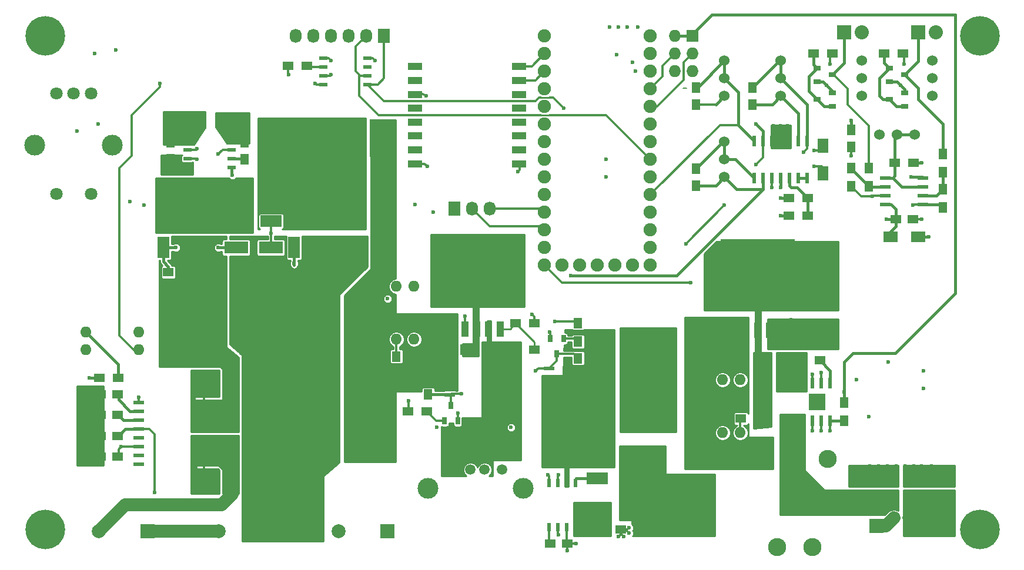
<source format=gtl>
G04 #@! TF.FileFunction,Copper,L1,Top,Signal*
%FSLAX46Y46*%
G04 Gerber Fmt 4.6, Leading zero omitted, Abs format (unit mm)*
G04 Created by KiCad (PCBNEW (2015-06-14 BZR 5748)-product) date Saturday, August 01, 2015 'AMt' 10:31:55 AM*
%MOMM*%
G01*
G04 APERTURE LIST*
%ADD10C,0.100000*%
%ADD11R,2.032000X2.032000*%
%ADD12O,2.032000X2.032000*%
%ADD13R,2.000000X2.000000*%
%ADD14C,2.000000*%
%ADD15R,1.300000X1.300000*%
%ADD16C,1.300000*%
%ADD17R,1.250000X1.500000*%
%ADD18R,2.000000X1.600000*%
%ADD19R,1.500000X1.250000*%
%ADD20R,1.600000X2.000000*%
%ADD21R,3.500120X1.800860*%
%ADD22R,1.800860X3.500120*%
%ADD23R,3.599180X1.998980*%
%ADD24C,1.501140*%
%ADD25C,2.999740*%
%ADD26R,1.727200X1.727200*%
%ADD27O,1.727200X1.727200*%
%ADD28R,1.727200X2.032000*%
%ADD29O,1.727200X2.032000*%
%ADD30R,1.651000X3.048000*%
%ADD31R,6.096000X6.096000*%
%ADD32R,3.048000X1.651000*%
%ADD33R,1.550000X0.600000*%
%ADD34R,1.300000X1.500000*%
%ADD35R,1.500000X1.300000*%
%ADD36C,1.800000*%
%ADD37C,3.000000*%
%ADD38C,1.524000*%
%ADD39C,2.612000*%
%ADD40R,1.143000X0.508000*%
%ADD41R,1.066800X2.286000*%
%ADD42R,10.668000X8.890000*%
%ADD43R,2.000000X1.000000*%
%ADD44R,0.508000X1.143000*%
%ADD45O,1.600000X1.600000*%
%ADD46R,0.600000X1.500000*%
%ADD47R,0.600000X1.550000*%
%ADD48R,1.175000X1.175000*%
%ADD49C,1.900000*%
%ADD50R,1.500000X0.600000*%
%ADD51R,1.060000X0.650000*%
%ADD52R,0.650000X1.060000*%
%ADD53R,2.900680X5.400040*%
%ADD54C,5.700000*%
%ADD55C,1.500000*%
%ADD56C,0.600000*%
%ADD57C,0.203200*%
%ADD58C,0.304800*%
%ADD59C,0.406400*%
%ADD60C,1.828800*%
%ADD61C,0.228600*%
%ADD62C,0.250000*%
%ADD63C,0.812800*%
%ADD64C,0.609600*%
%ADD65C,0.254000*%
G04 APERTURE END LIST*
D10*
D11*
X238506000Y-23368000D03*
D12*
X241046000Y-23368000D03*
D13*
X138120000Y-95250000D03*
D14*
X131120000Y-95250000D03*
D15*
X167640000Y-83312000D03*
D16*
X162640000Y-83312000D03*
D15*
X167894000Y-61976000D03*
D16*
X162894000Y-61976000D03*
D15*
X167640000Y-72644000D03*
D16*
X162640000Y-72644000D03*
X151836000Y-69342000D03*
D15*
X148336000Y-69342000D03*
D16*
X151836000Y-60452000D03*
D15*
X148336000Y-60452000D03*
D17*
X141478000Y-39136000D03*
X141478000Y-41636000D03*
D18*
X188182000Y-69088000D03*
X184182000Y-69088000D03*
D16*
X213162000Y-79248000D03*
D15*
X216662000Y-79248000D03*
D16*
X213162000Y-70612000D03*
D15*
X216662000Y-70612000D03*
D17*
X225298000Y-33762000D03*
X225298000Y-31262000D03*
D19*
X196108000Y-97028000D03*
X198608000Y-97028000D03*
D16*
X207716000Y-68834000D03*
D15*
X204216000Y-68834000D03*
D16*
X207716000Y-77724000D03*
D15*
X204216000Y-77724000D03*
D20*
X219456000Y-66262000D03*
X219456000Y-62262000D03*
X232791000Y-66008000D03*
X232791000Y-62008000D03*
X235331000Y-66008000D03*
X235331000Y-62008000D03*
D18*
X230473000Y-74041000D03*
X226473000Y-74041000D03*
X230473000Y-79121000D03*
X226473000Y-79121000D03*
D19*
X245892000Y-50292000D03*
X248392000Y-50292000D03*
D17*
X217170000Y-33762000D03*
X217170000Y-31262000D03*
D18*
X245142000Y-52832000D03*
X249142000Y-52832000D03*
D17*
X239522000Y-39858000D03*
X239522000Y-37358000D03*
X217170000Y-45446000D03*
X217170000Y-42946000D03*
D21*
X144566640Y-35814000D03*
X149565360Y-35814000D03*
X155915360Y-54356000D03*
X150916640Y-54356000D03*
D22*
X167132000Y-54315360D03*
X167132000Y-49316640D03*
D21*
X207985360Y-84201000D03*
X202986640Y-84201000D03*
D23*
X217932000Y-84836000D03*
X217932000Y-94488000D03*
D24*
X189230860Y-86357880D03*
X186690860Y-86357880D03*
X184658860Y-86357880D03*
X182118860Y-86357880D03*
D25*
X192278860Y-89024880D03*
X178562860Y-89024880D03*
D11*
X249174000Y-23368000D03*
D12*
X251714000Y-23368000D03*
D26*
X216662000Y-23876000D03*
D27*
X214122000Y-23876000D03*
X216662000Y-26416000D03*
X214122000Y-26416000D03*
X216662000Y-28956000D03*
X214122000Y-28956000D03*
D28*
X172212000Y-23876000D03*
D29*
X169672000Y-23876000D03*
X167132000Y-23876000D03*
X164592000Y-23876000D03*
X162052000Y-23876000D03*
X159512000Y-23876000D03*
D30*
X140462000Y-54356000D03*
D31*
X142748000Y-48006000D03*
D30*
X145034000Y-54356000D03*
D32*
X155956000Y-50546000D03*
D31*
X149606000Y-48260000D03*
D32*
X155956000Y-45974000D03*
D33*
X195994000Y-75565000D03*
X195994000Y-74295000D03*
X195994000Y-73025000D03*
X195994000Y-71755000D03*
X190594000Y-71755000D03*
X190594000Y-73025000D03*
X190594000Y-74295000D03*
X190594000Y-75565000D03*
D32*
X202946000Y-87630000D03*
D31*
X209296000Y-89916000D03*
D32*
X202946000Y-92202000D03*
D34*
X178562000Y-72818000D03*
X178562000Y-75518000D03*
D35*
X143844000Y-57912000D03*
X141144000Y-57912000D03*
X178388000Y-77978000D03*
X175688000Y-77978000D03*
X191182000Y-69088000D03*
X193882000Y-69088000D03*
X191182000Y-65278000D03*
X193882000Y-65278000D03*
D34*
X200152000Y-70278000D03*
X200152000Y-72978000D03*
D35*
X131238000Y-73152000D03*
X133938000Y-73152000D03*
D34*
X200152000Y-65198000D03*
X200152000Y-67898000D03*
D35*
X203628000Y-94996000D03*
X206328000Y-94996000D03*
X244268000Y-26416000D03*
X246968000Y-26416000D03*
X234108000Y-26416000D03*
X236808000Y-26416000D03*
D34*
X238506000Y-76628000D03*
X238506000Y-79328000D03*
D35*
X232330000Y-70612000D03*
X235030000Y-70612000D03*
X248492000Y-42164000D03*
X245792000Y-42164000D03*
X220900000Y-78994000D03*
X223600000Y-78994000D03*
D34*
X252730000Y-40814000D03*
X252730000Y-43514000D03*
X242062000Y-42846000D03*
X242062000Y-45546000D03*
X252730000Y-45894000D03*
X252730000Y-48594000D03*
X239522000Y-45546000D03*
X239522000Y-42846000D03*
D35*
X158416000Y-28194000D03*
X161116000Y-28194000D03*
D34*
X173990000Y-72724000D03*
X173990000Y-70024000D03*
D36*
X130008000Y-46624000D03*
X130008000Y-32124000D03*
X127508000Y-32124000D03*
X125008000Y-32124000D03*
X125008000Y-46624000D03*
D37*
X121908000Y-39624000D03*
X133108000Y-39624000D03*
D38*
X229362000Y-29972000D03*
X229362000Y-27432000D03*
X229362000Y-32512000D03*
X251206000Y-29972000D03*
X251206000Y-27432000D03*
X251206000Y-32512000D03*
X241046000Y-29972000D03*
X241046000Y-27432000D03*
X241046000Y-32512000D03*
X221234000Y-29972000D03*
X221234000Y-27432000D03*
X221234000Y-32512000D03*
X246126000Y-38100000D03*
X243586000Y-38100000D03*
X248666000Y-38100000D03*
X221234000Y-41656000D03*
X221234000Y-39116000D03*
X221234000Y-44196000D03*
D39*
X226694000Y-84836000D03*
X231394000Y-84836000D03*
X236094000Y-84836000D03*
X228854000Y-97536000D03*
X233934000Y-97536000D03*
D40*
X150241000Y-38989000D03*
X150241000Y-40259000D03*
X150241000Y-41529000D03*
X150241000Y-42799000D03*
X143891000Y-42799000D03*
X143891000Y-41529000D03*
X143891000Y-40259000D03*
X143891000Y-38989000D03*
D41*
X182150400Y-66100000D03*
D42*
X185554000Y-57337000D03*
D41*
X185554000Y-66100000D03*
X183852200Y-66100000D03*
X187255800Y-66100000D03*
X188957600Y-66100000D03*
D43*
X191650000Y-42266000D03*
X191650000Y-40266000D03*
X191650000Y-38266000D03*
X191650000Y-36266000D03*
X191650000Y-34266000D03*
X191650000Y-32266000D03*
X191650000Y-30266000D03*
X191650000Y-28266000D03*
X176650000Y-42266000D03*
X176650000Y-40266000D03*
X176650000Y-38266000D03*
X176650000Y-36266000D03*
X176650000Y-34266000D03*
X176650000Y-32266000D03*
X176650000Y-30266000D03*
X176650000Y-28266000D03*
D44*
X199771000Y-94615000D03*
X198501000Y-94615000D03*
X197231000Y-94615000D03*
X195961000Y-94615000D03*
X195961000Y-88265000D03*
X197231000Y-88265000D03*
X198501000Y-88265000D03*
X199771000Y-88265000D03*
D45*
X129286000Y-66548000D03*
X129286000Y-69088000D03*
X136906000Y-69088000D03*
X136906000Y-66548000D03*
D46*
X233172000Y-38956000D03*
X231902000Y-38956000D03*
X230632000Y-38956000D03*
X229362000Y-38956000D03*
X228092000Y-38956000D03*
X226822000Y-38956000D03*
X225552000Y-38956000D03*
X225552000Y-44356000D03*
X226822000Y-44356000D03*
X228092000Y-44356000D03*
X229362000Y-44356000D03*
X230632000Y-44356000D03*
X231902000Y-44356000D03*
X233172000Y-44356000D03*
D41*
X222656400Y-66294000D03*
D42*
X226060000Y-57531000D03*
D41*
X226060000Y-66294000D03*
X224358200Y-66294000D03*
X227761800Y-66294000D03*
X229463600Y-66294000D03*
D47*
X236474000Y-73881000D03*
X235204000Y-73881000D03*
X233934000Y-73881000D03*
X232664000Y-73881000D03*
X232664000Y-79281000D03*
X233934000Y-79281000D03*
X235204000Y-79281000D03*
X236474000Y-79281000D03*
D48*
X233981500Y-77168500D03*
X235156500Y-77168500D03*
X233981500Y-75993500D03*
X235156500Y-75993500D03*
D33*
X249842000Y-48133000D03*
X249842000Y-46863000D03*
X249842000Y-45593000D03*
X249842000Y-44323000D03*
X244442000Y-44323000D03*
X244442000Y-45593000D03*
X244442000Y-46863000D03*
X244442000Y-48133000D03*
D45*
X223520000Y-81026000D03*
X220980000Y-81026000D03*
X220980000Y-73406000D03*
X223520000Y-73406000D03*
D40*
X163449000Y-30861000D03*
X163449000Y-29591000D03*
X163449000Y-28321000D03*
X163449000Y-27051000D03*
X169799000Y-27051000D03*
X169799000Y-28321000D03*
X169799000Y-29591000D03*
X169799000Y-30861000D03*
D49*
X195326000Y-26416000D03*
X195326000Y-28956000D03*
X195326000Y-31496000D03*
X195326000Y-34036000D03*
X195326000Y-36576000D03*
X195326000Y-39116000D03*
X195326000Y-41656000D03*
X195326000Y-44196000D03*
X195326000Y-46736000D03*
X195326000Y-49276000D03*
X195326000Y-51816000D03*
X195326000Y-54356000D03*
X195326000Y-56896000D03*
X210566000Y-56896000D03*
X210566000Y-54356000D03*
X210566000Y-51816000D03*
X210566000Y-49276000D03*
X210566000Y-46736000D03*
X210566000Y-44196000D03*
X210566000Y-41656000D03*
X210566000Y-39116000D03*
X210566000Y-36576000D03*
X210566000Y-34036000D03*
X210566000Y-31496000D03*
X210566000Y-28956000D03*
X210566000Y-26416000D03*
X210566000Y-23876000D03*
X195326000Y-23876000D03*
X197866000Y-56896000D03*
X200406000Y-56896000D03*
X202946000Y-56896000D03*
X205486000Y-56896000D03*
X208026000Y-56896000D03*
D45*
X173990000Y-67564000D03*
X176530000Y-67564000D03*
X176530000Y-59944000D03*
X173990000Y-59944000D03*
D28*
X182372000Y-48768000D03*
D29*
X184912000Y-48768000D03*
X187452000Y-48768000D03*
D50*
X146210000Y-85543000D03*
X146210000Y-84273000D03*
X146210000Y-83003000D03*
X146210000Y-81733000D03*
X146210000Y-80463000D03*
X146210000Y-79193000D03*
X146210000Y-77923000D03*
X146210000Y-76653000D03*
X136910000Y-76653000D03*
X136910000Y-77923000D03*
X136910000Y-79193000D03*
X136910000Y-80463000D03*
X136910000Y-81733000D03*
X136910000Y-83003000D03*
X136910000Y-84273000D03*
X136910000Y-85543000D03*
D13*
X155392000Y-95250000D03*
D14*
X148392000Y-95250000D03*
D13*
X243134000Y-94488000D03*
D14*
X250134000Y-94488000D03*
D51*
X247226000Y-33970000D03*
X245026000Y-33020000D03*
X247226000Y-32070000D03*
X245026000Y-28514000D03*
X247226000Y-29464000D03*
X245026000Y-30414000D03*
X234612000Y-28514000D03*
X236812000Y-29464000D03*
X234612000Y-30414000D03*
X236812000Y-33970000D03*
X234612000Y-33020000D03*
X236812000Y-32070000D03*
D35*
X230552000Y-49784000D03*
X233252000Y-49784000D03*
X233252000Y-47244000D03*
X230552000Y-47244000D03*
D13*
X172664000Y-95250000D03*
D14*
X165664000Y-95250000D03*
D52*
X180914000Y-79332000D03*
X181864000Y-77132000D03*
X182814000Y-79332000D03*
X198054000Y-67480000D03*
X197104000Y-69680000D03*
X196154000Y-67480000D03*
D19*
X133870000Y-84488000D03*
X131370000Y-84488000D03*
D17*
X152146000Y-39136000D03*
X152146000Y-41636000D03*
D19*
X133870000Y-81488000D03*
X131370000Y-81488000D03*
D20*
X235458000Y-43656000D03*
X235458000Y-39656000D03*
D19*
X133870000Y-75488000D03*
X131370000Y-75488000D03*
X133870000Y-78488000D03*
X131370000Y-78488000D03*
D53*
X161622740Y-38608000D03*
X171625260Y-38608000D03*
D30*
X159258000Y-54356000D03*
D31*
X161544000Y-48006000D03*
D30*
X163830000Y-54356000D03*
D33*
X181704000Y-71755000D03*
X181704000Y-73025000D03*
X181704000Y-74295000D03*
X181704000Y-75565000D03*
X187104000Y-75565000D03*
X187104000Y-74295000D03*
X187104000Y-73025000D03*
X187104000Y-71755000D03*
D54*
X123396240Y-23876000D03*
X123444000Y-94996000D03*
X258064000Y-94996000D03*
X258064000Y-23876000D03*
D55*
X247634000Y-93304000D03*
X245634000Y-93304000D03*
D56*
X249936000Y-74676000D03*
X134366000Y-83058000D03*
X249682000Y-42164000D03*
X244602000Y-50292000D03*
X246634000Y-30988000D03*
X235966000Y-30988000D03*
X235458000Y-44196000D03*
X229362000Y-45720000D03*
X229362000Y-49784000D03*
X158496000Y-29464000D03*
X162306000Y-30734000D03*
X204216000Y-41656000D03*
X204216000Y-44196000D03*
X229870000Y-67818000D03*
X228854000Y-67818000D03*
X227838000Y-67818000D03*
X227838000Y-68834000D03*
X228854000Y-68834000D03*
X229870000Y-68834000D03*
X230886000Y-68834000D03*
X230886000Y-67818000D03*
X230886000Y-66802000D03*
X230886000Y-65786000D03*
X230886000Y-64770000D03*
X232156000Y-67818000D03*
X232156000Y-68834000D03*
X233172000Y-68834000D03*
X233172000Y-67818000D03*
X234188000Y-67818000D03*
X234188000Y-68834000D03*
X235204000Y-68834000D03*
X235204000Y-67818000D03*
X236220000Y-67818000D03*
X236220000Y-68834000D03*
X178435000Y-42672000D03*
X178308000Y-32512000D03*
X204724000Y-22606000D03*
X205994000Y-22606000D03*
X207264000Y-22606000D03*
X208788000Y-22606000D03*
X234188000Y-42672000D03*
X130556000Y-26416000D03*
X135636000Y-47752000D03*
X128016000Y-37592000D03*
X212852000Y-69088000D03*
X212852000Y-66548000D03*
X210312000Y-66548000D03*
X207772000Y-66548000D03*
X210312000Y-69088000D03*
X207772000Y-71628000D03*
X210312000Y-71628000D03*
X210312000Y-79248000D03*
X207772000Y-79248000D03*
X210312000Y-76708000D03*
X207772000Y-76708000D03*
X207772000Y-74168000D03*
X210312000Y-74168000D03*
X212852000Y-74168000D03*
X212852000Y-76708000D03*
X156972000Y-94488000D03*
X154432000Y-91948000D03*
X156972000Y-91948000D03*
X159512000Y-91948000D03*
X162052000Y-91948000D03*
X162052000Y-94488000D03*
X159512000Y-94488000D03*
X154432000Y-89408000D03*
X156972000Y-89408000D03*
X159512000Y-89408000D03*
X162052000Y-89408000D03*
X162052000Y-86868000D03*
X159512000Y-86868000D03*
X156972000Y-86868000D03*
X154432000Y-86868000D03*
X154432000Y-84328000D03*
X156972000Y-84328000D03*
X159512000Y-84328000D03*
X164592000Y-81788000D03*
X162052000Y-81788000D03*
X159512000Y-81788000D03*
X156972000Y-81788000D03*
X154432000Y-81788000D03*
X154432000Y-79248000D03*
X156972000Y-79248000D03*
X159512000Y-79248000D03*
X197358000Y-95758000D03*
X197358000Y-87122000D03*
X207518000Y-95504000D03*
X207518000Y-94742000D03*
X206756000Y-96012000D03*
X205994000Y-96012000D03*
X198628000Y-98044000D03*
X164592000Y-76708000D03*
X164592000Y-79248000D03*
X162052000Y-79248000D03*
X162052000Y-76708000D03*
X159512000Y-76708000D03*
X156972000Y-76708000D03*
X154432000Y-76708000D03*
X154432000Y-74168000D03*
X156972000Y-74168000D03*
X159512000Y-74168000D03*
X162052000Y-74168000D03*
X164592000Y-74168000D03*
X164592000Y-64008000D03*
X164592000Y-66548000D03*
X164592000Y-69088000D03*
X164592000Y-71628000D03*
X154432000Y-71628000D03*
X156972000Y-71628000D03*
X159512000Y-71628000D03*
X162052000Y-71628000D03*
X162052000Y-69088000D03*
X159512000Y-69088000D03*
X156972000Y-69088000D03*
X154432000Y-69088000D03*
X151892000Y-56388000D03*
X154432000Y-56388000D03*
X156972000Y-56388000D03*
X167132000Y-56388000D03*
X164592000Y-56388000D03*
X162052000Y-53848000D03*
X162052000Y-56388000D03*
X151892000Y-66548000D03*
X154432000Y-66548000D03*
X156972000Y-66548000D03*
X159512000Y-66548000D03*
X162052000Y-66548000D03*
X162052000Y-64008000D03*
X159512000Y-64008000D03*
X156972000Y-64008000D03*
X154432000Y-64008000D03*
X151892000Y-64008000D03*
X151892000Y-61468000D03*
X154432000Y-61468000D03*
X156972000Y-61468000D03*
X159512000Y-61468000D03*
X162052000Y-61468000D03*
X164592000Y-61468000D03*
X164592000Y-58928000D03*
X162052000Y-58928000D03*
X159512000Y-58928000D03*
X227203000Y-76581000D03*
X225933000Y-76581000D03*
X227203000Y-77851000D03*
X225806000Y-77851000D03*
X225933000Y-75311000D03*
X227076000Y-75311000D03*
X196088000Y-66548000D03*
X182880000Y-78232000D03*
X140716000Y-43434000D03*
X141986000Y-43434000D03*
X143764000Y-43434000D03*
X141986000Y-42672000D03*
X140716000Y-42672000D03*
X185420000Y-64008000D03*
X185420000Y-62484000D03*
X185420000Y-68072000D03*
X249682000Y-50292000D03*
X226123500Y-68008500D03*
X226060000Y-62484000D03*
X226060000Y-64008000D03*
X232664000Y-59944000D03*
X235204000Y-59944000D03*
X235204000Y-57404000D03*
X232664000Y-57404000D03*
X232664000Y-54864000D03*
X235204000Y-54864000D03*
X230378000Y-36830000D03*
X230632000Y-37592000D03*
X229362000Y-37592000D03*
X229362000Y-36830000D03*
X228346000Y-36830000D03*
X228346000Y-37592000D03*
X233934000Y-80772000D03*
X233934000Y-72644000D03*
X193548000Y-64008000D03*
X129286000Y-81534000D03*
X129286000Y-83058000D03*
X129286000Y-84582000D03*
X129286000Y-78486000D03*
X129286000Y-80010000D03*
X129286000Y-75438000D03*
X129286000Y-76962000D03*
X136906000Y-75946000D03*
X249936000Y-72136000D03*
X244856000Y-70866000D03*
X240284000Y-73406000D03*
X242062000Y-78740000D03*
X199898000Y-97028000D03*
X250698000Y-52832000D03*
X248158000Y-44196000D03*
X239522000Y-36068000D03*
X235458000Y-39116000D03*
X229362000Y-47244000D03*
X190500000Y-80264000D03*
X179832000Y-80264000D03*
X176657000Y-48133000D03*
X228092000Y-45720000D03*
X208026000Y-27686000D03*
X164592000Y-27432000D03*
X164592000Y-29464000D03*
X170942000Y-27432000D03*
X219456000Y-59944000D03*
X219456000Y-57658000D03*
X219456000Y-55372000D03*
X179324000Y-49276000D03*
X191516000Y-43434000D03*
X205740000Y-26568400D03*
X208381600Y-28956000D03*
X234188000Y-40386000D03*
X133604000Y-25908000D03*
X137668000Y-48260000D03*
X131064000Y-36576000D03*
X146304000Y-56642000D03*
X146304000Y-57404000D03*
X146304000Y-58166000D03*
X145542000Y-58166000D03*
X145542000Y-57404000D03*
X145542000Y-56642000D03*
X143256000Y-38100000D03*
X142240000Y-38100000D03*
X141224000Y-38100000D03*
X141224000Y-37084000D03*
X142240000Y-37084000D03*
X143256000Y-37084000D03*
X146304000Y-75184000D03*
X150622000Y-75946000D03*
X149352000Y-75946000D03*
X149352000Y-76962000D03*
X150622000Y-76962000D03*
X150622000Y-77978000D03*
X149352000Y-77978000D03*
X172720000Y-61722000D03*
X139192000Y-89662000D03*
X139954000Y-30734000D03*
X232664000Y-40640000D03*
X129794000Y-73152000D03*
X144780000Y-83058000D03*
X144780000Y-81788000D03*
X144780000Y-85598000D03*
X144780000Y-84328000D03*
X146304000Y-86614000D03*
X149352000Y-84328000D03*
X150622000Y-84328000D03*
X150622000Y-85344000D03*
X149352000Y-85344000D03*
X149352000Y-86360000D03*
X150622000Y-86360000D03*
X239268000Y-91948000D03*
X240284000Y-91948000D03*
X241300000Y-91948000D03*
X241300000Y-90932000D03*
X240284000Y-90932000D03*
X239268000Y-90932000D03*
X239268000Y-89916000D03*
X240284000Y-89916000D03*
X241300000Y-89916000D03*
X245999000Y-85852000D03*
X244729000Y-85852000D03*
X243459000Y-85852000D03*
X242189000Y-85852000D03*
X241046000Y-86868000D03*
X225806000Y-36576000D03*
X225806000Y-42418000D03*
X221234000Y-48260000D03*
X215709500Y-53784500D03*
X239522000Y-41148000D03*
X199136000Y-58420000D03*
X148336000Y-40894000D03*
X155956000Y-52324000D03*
X142240000Y-54356000D03*
X148336000Y-54356000D03*
X198120000Y-34290000D03*
X195834000Y-87122000D03*
X194056000Y-72136000D03*
X175768000Y-76454000D03*
X196850000Y-65024000D03*
X247142000Y-27940000D03*
X236423200Y-27889200D03*
X236474000Y-80772000D03*
X248412000Y-48260000D03*
X242570000Y-46990000D03*
X145288000Y-41656000D03*
X145288000Y-40132000D03*
X235204000Y-72390000D03*
X216408000Y-59436000D03*
X235204000Y-80772000D03*
X254000000Y-91948000D03*
X252984000Y-91948000D03*
X251968000Y-91948000D03*
X251968000Y-90932000D03*
X252984000Y-90932000D03*
X254000000Y-90932000D03*
X254000000Y-89916000D03*
X252984000Y-89916000D03*
X251968000Y-89916000D03*
X252222000Y-86995000D03*
X251079000Y-85852000D03*
X249682000Y-85852000D03*
X248539000Y-85852000D03*
X247269000Y-85852000D03*
X238506000Y-75184000D03*
X230378000Y-70358000D03*
X186690000Y-78994000D03*
X190500000Y-77470000D03*
X183896000Y-64262000D03*
X183388000Y-75438000D03*
X150368000Y-43942000D03*
X159258000Y-56642000D03*
D57*
X215773000Y-31369000D02*
X215265000Y-31369000D01*
D58*
X133970000Y-84488000D02*
X133970000Y-83454000D01*
X134421000Y-83003000D02*
X134366000Y-83058000D01*
X134421000Y-83003000D02*
X136910000Y-83003000D01*
X133970000Y-83454000D02*
X134366000Y-83058000D01*
X133970000Y-84488000D02*
X133970000Y-83962000D01*
X236812000Y-32070000D02*
X236812000Y-31834000D01*
X236812000Y-31834000D02*
X235966000Y-30988000D01*
D59*
X237066000Y-32070000D02*
X236794000Y-32070000D01*
X245892000Y-50292000D02*
X245892000Y-51288000D01*
X245892000Y-51288000D02*
X245142000Y-52038000D01*
X245142000Y-52038000D02*
X245142000Y-52832000D01*
X245892000Y-50292000D02*
X245892000Y-48788000D01*
X245237000Y-48133000D02*
X244442000Y-48133000D01*
X245892000Y-48788000D02*
X245237000Y-48133000D01*
X247226000Y-31580000D02*
X247226000Y-32070000D01*
X246634000Y-30988000D02*
X247226000Y-31580000D01*
X236812000Y-31834000D02*
X235966000Y-30988000D01*
X246060000Y-30414000D02*
X246634000Y-30988000D01*
X245026000Y-30414000D02*
X246060000Y-30414000D01*
X235392000Y-30414000D02*
X235966000Y-30988000D01*
X234612000Y-30414000D02*
X235392000Y-30414000D01*
X236812000Y-31834000D02*
X235966000Y-30988000D01*
X249682000Y-42164000D02*
X248492000Y-42164000D01*
X245892000Y-50292000D02*
X244602000Y-50292000D01*
X229362000Y-45720000D02*
X229362000Y-44356000D01*
X235458000Y-42906000D02*
X235458000Y-44196000D01*
X230552000Y-49784000D02*
X229362000Y-49784000D01*
D58*
X158416000Y-29384000D02*
X158496000Y-29464000D01*
X158416000Y-28194000D02*
X158416000Y-29384000D01*
X162433000Y-30861000D02*
X162306000Y-30734000D01*
X163449000Y-30861000D02*
X162433000Y-30861000D01*
X228854000Y-67818000D02*
X229870000Y-67818000D01*
X227838000Y-68834000D02*
X227838000Y-67818000D01*
X229870000Y-68834000D02*
X228854000Y-68834000D01*
X230886000Y-67818000D02*
X230886000Y-68834000D01*
X230886000Y-65786000D02*
X230886000Y-66802000D01*
X229463600Y-66192400D02*
X230886000Y-64770000D01*
X229463600Y-66294000D02*
X229463600Y-66192400D01*
X232791000Y-67183000D02*
X232156000Y-67818000D01*
X232156000Y-68834000D02*
X233172000Y-68834000D01*
X233172000Y-67818000D02*
X234188000Y-67818000D01*
X234188000Y-68834000D02*
X235204000Y-68834000D01*
X235204000Y-67818000D02*
X236220000Y-67818000D01*
X232791000Y-66008000D02*
X232791000Y-67183000D01*
X178029000Y-42266000D02*
X178435000Y-42672000D01*
X176650000Y-42266000D02*
X178029000Y-42266000D01*
X177800000Y-32258000D02*
X178308000Y-32512000D01*
X176658000Y-32258000D02*
X177800000Y-32258000D01*
X176650000Y-32266000D02*
X176658000Y-32258000D01*
X133970000Y-84488000D02*
X134366000Y-84884000D01*
X235224000Y-42672000D02*
X234188000Y-42672000D01*
X235458000Y-42906000D02*
X235224000Y-42672000D01*
D60*
X243134000Y-94488000D02*
X244450000Y-94488000D01*
X244450000Y-94488000D02*
X245634000Y-93304000D01*
D58*
X210312000Y-74168000D02*
X210312000Y-71628000D01*
X212852000Y-66548000D02*
X212852000Y-69088000D01*
X207772000Y-66548000D02*
X210312000Y-66548000D01*
X207772000Y-71628000D02*
X210312000Y-69088000D01*
X207716000Y-77724000D02*
X207716000Y-79192000D01*
X210312000Y-79248000D02*
X213162000Y-79248000D01*
X207716000Y-79192000D02*
X207772000Y-79248000D01*
X213162000Y-79248000D02*
X210622000Y-76708000D01*
X210622000Y-76708000D02*
X210312000Y-76708000D01*
X207772000Y-76708000D02*
X207772000Y-74168000D01*
X210312000Y-74168000D02*
X212852000Y-74168000D01*
X154432000Y-89408000D02*
X154432000Y-91948000D01*
X156972000Y-91948000D02*
X159512000Y-91948000D01*
X162052000Y-91948000D02*
X162052000Y-94488000D01*
X159512000Y-94488000D02*
X156972000Y-94488000D01*
X162640000Y-83312000D02*
X160528000Y-83312000D01*
X156972000Y-89408000D02*
X154432000Y-89408000D01*
X162052000Y-89408000D02*
X159512000Y-89408000D01*
X159512000Y-86868000D02*
X162052000Y-86868000D01*
X154432000Y-86868000D02*
X156972000Y-86868000D01*
X156972000Y-84328000D02*
X154432000Y-84328000D01*
X160528000Y-83312000D02*
X159512000Y-84328000D01*
X162640000Y-83312000D02*
X163068000Y-83312000D01*
X163068000Y-83312000D02*
X164592000Y-81788000D01*
X162052000Y-81788000D02*
X159512000Y-81788000D01*
X156972000Y-81788000D02*
X154432000Y-81788000D01*
X154432000Y-79248000D02*
X156972000Y-79248000D01*
X197231000Y-94615000D02*
X197231000Y-95631000D01*
X197231000Y-95631000D02*
X197358000Y-95758000D01*
X197231000Y-88265000D02*
X197231000Y-87249000D01*
X197231000Y-87249000D02*
X197358000Y-87122000D01*
X206328000Y-94996000D02*
X207264000Y-94996000D01*
X207518000Y-95504000D02*
X207010000Y-94996000D01*
X207264000Y-94996000D02*
X207518000Y-94742000D01*
X206328000Y-94996000D02*
X206328000Y-95678000D01*
X206756000Y-96012000D02*
X206328000Y-95584000D01*
X206328000Y-95678000D02*
X205994000Y-96012000D01*
X198608000Y-97028000D02*
X198608000Y-98024000D01*
X198608000Y-98024000D02*
X198628000Y-98044000D01*
X162640000Y-72644000D02*
X163068000Y-72644000D01*
X163068000Y-72644000D02*
X164592000Y-74168000D01*
X162052000Y-79248000D02*
X164592000Y-79248000D01*
X159512000Y-76708000D02*
X162052000Y-76708000D01*
X154432000Y-76708000D02*
X156972000Y-76708000D01*
X156972000Y-74168000D02*
X154432000Y-74168000D01*
X162052000Y-74168000D02*
X159512000Y-74168000D01*
X162640000Y-72644000D02*
X163576000Y-72644000D01*
X164592000Y-69088000D02*
X164592000Y-66548000D01*
X163576000Y-72644000D02*
X164592000Y-71628000D01*
X151836000Y-69342000D02*
X154178000Y-69342000D01*
X159512000Y-71628000D02*
X156972000Y-71628000D01*
X162052000Y-69088000D02*
X162052000Y-71628000D01*
X156972000Y-69088000D02*
X159512000Y-69088000D01*
X154178000Y-69342000D02*
X154432000Y-69088000D01*
X151892000Y-56388000D02*
X151892000Y-58928000D01*
X156972000Y-56388000D02*
X154432000Y-56388000D01*
X167132000Y-54315360D02*
X167132000Y-56388000D01*
X159512000Y-58928000D02*
X162052000Y-56388000D01*
X162052000Y-53848000D02*
X164592000Y-56388000D01*
X151836000Y-60452000D02*
X151836000Y-58984000D01*
X156972000Y-66548000D02*
X154432000Y-66548000D01*
X162052000Y-66548000D02*
X159512000Y-66548000D01*
X159512000Y-64008000D02*
X162052000Y-64008000D01*
X154432000Y-64008000D02*
X156972000Y-64008000D01*
X151892000Y-61468000D02*
X151892000Y-64008000D01*
X156972000Y-61468000D02*
X154432000Y-61468000D01*
X162052000Y-61468000D02*
X159512000Y-61468000D01*
X164592000Y-58928000D02*
X164592000Y-61468000D01*
X159512000Y-58928000D02*
X162052000Y-58928000D01*
X151836000Y-58984000D02*
X151892000Y-58928000D01*
X226473000Y-79121000D02*
X226473000Y-77121000D01*
X226473000Y-77121000D02*
X225933000Y-76581000D01*
X226473000Y-79121000D02*
X226473000Y-78518000D01*
X226473000Y-78518000D02*
X225806000Y-77851000D01*
X227203000Y-77851000D02*
X226473000Y-78581000D01*
X226473000Y-78581000D02*
X226473000Y-79121000D01*
X226473000Y-74041000D02*
X226473000Y-74771000D01*
X226473000Y-74771000D02*
X225933000Y-75311000D01*
X226473000Y-74041000D02*
X226473000Y-74708000D01*
X226473000Y-74708000D02*
X227076000Y-75311000D01*
X226600000Y-79248000D02*
X226600000Y-78772000D01*
X226600000Y-78708000D02*
X226600000Y-79248000D01*
X196154000Y-67480000D02*
X196154000Y-66614000D01*
X196154000Y-66614000D02*
X196088000Y-66548000D01*
X182814000Y-79332000D02*
X182814000Y-78298000D01*
X182814000Y-78298000D02*
X182880000Y-78232000D01*
X140716000Y-43434000D02*
X140716000Y-42672000D01*
X141986000Y-43434000D02*
X140716000Y-43434000D01*
X143764000Y-42926000D02*
X143764000Y-43434000D01*
X141986000Y-42672000D02*
X142240000Y-42672000D01*
X143891000Y-42799000D02*
X143764000Y-42926000D01*
X185554000Y-66100000D02*
X185420000Y-65966000D01*
X185420000Y-65966000D02*
X185420000Y-64008000D01*
X185420000Y-62484000D02*
X185420000Y-57471000D01*
X185420000Y-57471000D02*
X185554000Y-57337000D01*
X184182000Y-69088000D02*
X185198000Y-68072000D01*
X185198000Y-68072000D02*
X185420000Y-68072000D01*
X248392000Y-50292000D02*
X249682000Y-50292000D01*
X226060000Y-66294000D02*
X226123500Y-68008500D01*
X226060000Y-66294000D02*
X226060000Y-64008000D01*
X232791000Y-62008000D02*
X232664000Y-61881000D01*
X232664000Y-61881000D02*
X232664000Y-59944000D01*
X235204000Y-59944000D02*
X235204000Y-57404000D01*
X232664000Y-57404000D02*
X232664000Y-54864000D01*
X228092000Y-38956000D02*
X228346000Y-37846000D01*
X229362000Y-37592000D02*
X230632000Y-37592000D01*
X228346000Y-36830000D02*
X229362000Y-36830000D01*
X228346000Y-37846000D02*
X228346000Y-37592000D01*
X233934000Y-79281000D02*
X233934000Y-80772000D01*
X233934000Y-73881000D02*
X233934000Y-72644000D01*
X226346000Y-73914000D02*
X226314000Y-73946000D01*
X226600000Y-79248000D02*
X226568000Y-79216000D01*
X193882000Y-65278000D02*
X193882000Y-64342000D01*
X193882000Y-64342000D02*
X193548000Y-64008000D01*
X131270000Y-84488000D02*
X131176000Y-84582000D01*
X131176000Y-84582000D02*
X129286000Y-84582000D01*
X131270000Y-81488000D02*
X131224000Y-81534000D01*
X131224000Y-81534000D02*
X129286000Y-81534000D01*
X129286000Y-83058000D02*
X129286000Y-84582000D01*
X131270000Y-78488000D02*
X131268000Y-78486000D01*
X131268000Y-78486000D02*
X129286000Y-78486000D01*
X129286000Y-80010000D02*
X129286000Y-81534000D01*
X129286000Y-81534000D02*
X131224000Y-81534000D01*
X131270000Y-75488000D02*
X131220000Y-75438000D01*
X131220000Y-75438000D02*
X129286000Y-75438000D01*
X129286000Y-76962000D02*
X129286000Y-78232000D01*
X129286000Y-78232000D02*
X129286000Y-78486000D01*
X129286000Y-78486000D02*
X131268000Y-78486000D01*
X136910000Y-76653000D02*
X136906000Y-76649000D01*
X136906000Y-76649000D02*
X136906000Y-75946000D01*
X198608000Y-97028000D02*
X198501000Y-96921000D01*
X198501000Y-96921000D02*
X198501000Y-94615000D01*
X198608000Y-97028000D02*
X199898000Y-97028000D01*
D59*
X249142000Y-52832000D02*
X250698000Y-52832000D01*
X249715000Y-44196000D02*
X248158000Y-44196000D01*
X249842000Y-44323000D02*
X249715000Y-44196000D01*
X239522000Y-37358000D02*
X239522000Y-36068000D01*
X235458000Y-40406000D02*
X235458000Y-39116000D01*
X230552000Y-47244000D02*
X229362000Y-47244000D01*
D58*
X228092000Y-44356000D02*
X228092000Y-45720000D01*
X164211000Y-27051000D02*
X164592000Y-27432000D01*
X164592000Y-29464000D02*
X164465000Y-29591000D01*
X164465000Y-29591000D02*
X163449000Y-29591000D01*
X163449000Y-27051000D02*
X164211000Y-27051000D01*
X170561000Y-27051000D02*
X170942000Y-27432000D01*
X169799000Y-27051000D02*
X170561000Y-27051000D01*
X219456000Y-57658000D02*
X219456000Y-55372000D01*
X219456000Y-62262000D02*
X219456000Y-59944000D01*
X191770000Y-43180000D02*
X191516000Y-43434000D01*
X191770000Y-42386000D02*
X191770000Y-43180000D01*
X191650000Y-42266000D02*
X191770000Y-42386000D01*
X235438000Y-40386000D02*
X234188000Y-40386000D01*
X235458000Y-40406000D02*
X235438000Y-40386000D01*
X145034000Y-54356000D02*
X145034000Y-56134000D01*
X146304000Y-58166000D02*
X146304000Y-57404000D01*
X145542000Y-57404000D02*
X145542000Y-58166000D01*
X145034000Y-56134000D02*
X145542000Y-56642000D01*
D59*
X143891000Y-37211000D02*
X143891000Y-38989000D01*
X144566640Y-36535360D02*
X143891000Y-37211000D01*
X141625000Y-38989000D02*
X141478000Y-39136000D01*
X143891000Y-38989000D02*
X141625000Y-38989000D01*
X145034000Y-54356000D02*
X145415000Y-54356000D01*
X143891000Y-38862000D02*
X143891000Y-38989000D01*
X144566640Y-35814000D02*
X144566640Y-36535360D01*
D58*
X143256000Y-38354000D02*
X143256000Y-38100000D01*
X142240000Y-38100000D02*
X141224000Y-38100000D01*
X141224000Y-37084000D02*
X142240000Y-37084000D01*
X143891000Y-38989000D02*
X143256000Y-38354000D01*
X146304000Y-76559000D02*
X146304000Y-75184000D01*
X146210000Y-76653000D02*
X146304000Y-76559000D01*
X149352000Y-76962000D02*
X149352000Y-75946000D01*
X150622000Y-77978000D02*
X150622000Y-76962000D01*
X146265000Y-77978000D02*
X149352000Y-77978000D01*
X146210000Y-77923000D02*
X146265000Y-77978000D01*
D59*
X150241000Y-38989000D02*
X150241000Y-36489640D01*
X152099000Y-38989000D02*
X152146000Y-39036000D01*
X150241000Y-38989000D02*
X152099000Y-38989000D01*
X151939000Y-41529000D02*
X152146000Y-41736000D01*
X150241000Y-41529000D02*
X151939000Y-41529000D01*
D58*
X136910000Y-80463000D02*
X138375000Y-80463000D01*
X139192000Y-81280000D02*
X139192000Y-89662000D01*
X138375000Y-80463000D02*
X139192000Y-81280000D01*
D59*
X135382000Y-80518000D02*
X135437000Y-80463000D01*
X135437000Y-80463000D02*
X136910000Y-80463000D01*
X134940000Y-80518000D02*
X135382000Y-80518000D01*
X133970000Y-81488000D02*
X134940000Y-80518000D01*
D58*
X139954000Y-31242000D02*
X138430000Y-32766000D01*
X139954000Y-30734000D02*
X139954000Y-31242000D01*
X136906000Y-69088000D02*
X136144000Y-69088000D01*
X136144000Y-69088000D02*
X134112000Y-67056000D01*
X135890000Y-35306000D02*
X138430000Y-32766000D01*
X135890000Y-41148000D02*
X135890000Y-35306000D01*
X134112000Y-42926000D02*
X135890000Y-41148000D01*
X134112000Y-67056000D02*
X134112000Y-42926000D01*
X138430000Y-32766000D02*
X138684000Y-32512000D01*
X138684000Y-32512000D02*
X138684000Y-32512000D01*
D59*
X225532000Y-33762000D02*
X225298000Y-33762000D01*
X228112000Y-33762000D02*
X225298000Y-33762000D01*
X229362000Y-32512000D02*
X228112000Y-33762000D01*
X231902000Y-35052000D02*
X229362000Y-32512000D01*
X231902000Y-38956000D02*
X231902000Y-35052000D01*
X229362000Y-29972000D02*
X229362000Y-27432000D01*
X229128000Y-27432000D02*
X229362000Y-27432000D01*
X225298000Y-31262000D02*
X229128000Y-27432000D01*
X233172000Y-33782000D02*
X229362000Y-29972000D01*
X233172000Y-38956000D02*
X233172000Y-33782000D01*
D58*
X232664000Y-40640000D02*
X233172000Y-40132000D01*
X233172000Y-40132000D02*
X233172000Y-38956000D01*
X196108000Y-97028000D02*
X195961000Y-96881000D01*
X195961000Y-96881000D02*
X195961000Y-94615000D01*
D60*
X131120000Y-95250000D02*
X134930000Y-91440000D01*
X150368000Y-89916000D02*
X150368000Y-86614000D01*
X148844000Y-91440000D02*
X150368000Y-89916000D01*
X134930000Y-91440000D02*
X148844000Y-91440000D01*
D59*
X131238000Y-73152000D02*
X129794000Y-73152000D01*
D58*
X146155000Y-83058000D02*
X146210000Y-83003000D01*
X144780000Y-83058000D02*
X146155000Y-83058000D01*
X146155000Y-81788000D02*
X144780000Y-81788000D01*
X146210000Y-81733000D02*
X146155000Y-81788000D01*
X146155000Y-85598000D02*
X146210000Y-85543000D01*
X144780000Y-85598000D02*
X146155000Y-85598000D01*
X146155000Y-84328000D02*
X144780000Y-84328000D01*
X146210000Y-84273000D02*
X146155000Y-84328000D01*
X146304000Y-85637000D02*
X146304000Y-86614000D01*
X146210000Y-85543000D02*
X146304000Y-85637000D01*
X146210000Y-85543000D02*
X146409000Y-85344000D01*
X150622000Y-84328000D02*
X150622000Y-85344000D01*
X149352000Y-85344000D02*
X149352000Y-86360000D01*
X146265000Y-84328000D02*
X149352000Y-84328000D01*
X146210000Y-84273000D02*
X146265000Y-84328000D01*
X241300000Y-91948000D02*
X240284000Y-91948000D01*
X240284000Y-90932000D02*
X241300000Y-90932000D01*
X239268000Y-89916000D02*
X239268000Y-90932000D01*
X241300000Y-89916000D02*
X240284000Y-89916000D01*
X244729000Y-85852000D02*
X245999000Y-85852000D01*
X242189000Y-85852000D02*
X243459000Y-85852000D01*
D59*
X219984000Y-33762000D02*
X221234000Y-32512000D01*
D58*
X217170000Y-33762000D02*
X219984000Y-33762000D01*
D59*
X225806000Y-36576000D02*
X226822000Y-37592000D01*
X226822000Y-37592000D02*
X226822000Y-38956000D01*
D58*
X226822000Y-41402000D02*
X225806000Y-42418000D01*
X221234000Y-48260000D02*
X215709500Y-53784500D01*
X226822000Y-38956000D02*
X226822000Y-41402000D01*
D59*
X221234000Y-29972000D02*
X221234000Y-27432000D01*
X217404000Y-31262000D02*
X221234000Y-27432000D01*
X217170000Y-31262000D02*
X217404000Y-31262000D01*
X223266000Y-32004000D02*
X223266000Y-36670000D01*
X223346000Y-36750000D02*
X225552000Y-38956000D01*
X223266000Y-36670000D02*
X223346000Y-36750000D01*
X221234000Y-29972000D02*
X223266000Y-32004000D01*
D58*
X220632000Y-36670000D02*
X223266000Y-36670000D01*
X210566000Y-46736000D02*
X220632000Y-36670000D01*
D59*
X248666000Y-38100000D02*
X246126000Y-38100000D01*
X245792000Y-42164000D02*
X245792000Y-38434000D01*
X245792000Y-38434000D02*
X246126000Y-38100000D01*
X245792000Y-42164000D02*
X245792000Y-44022000D01*
X245792000Y-44022000D02*
X245491000Y-44323000D01*
X249842000Y-45593000D02*
X246761000Y-45593000D01*
X245491000Y-44323000D02*
X244442000Y-44323000D01*
X246761000Y-45593000D02*
X245491000Y-44323000D01*
D58*
X239522000Y-39858000D02*
X239522000Y-41148000D01*
D59*
X219984000Y-45446000D02*
X221234000Y-44196000D01*
X217170000Y-45446000D02*
X219984000Y-45446000D01*
X226822000Y-45974000D02*
X226822000Y-44356000D01*
X214376000Y-58420000D02*
X226822000Y-45974000D01*
X214122000Y-58420000D02*
X214376000Y-58420000D01*
X199136000Y-58420000D02*
X214122000Y-58420000D01*
X223012000Y-45974000D02*
X226822000Y-45974000D01*
X221234000Y-44196000D02*
X223012000Y-45974000D01*
X222852000Y-41656000D02*
X221234000Y-41656000D01*
X225552000Y-44356000D02*
X222852000Y-41656000D01*
X221234000Y-39116000D02*
X221234000Y-41656000D01*
X221000000Y-39116000D02*
X221234000Y-39116000D01*
X217170000Y-42946000D02*
X221000000Y-39116000D01*
D58*
X148971000Y-40259000D02*
X148336000Y-40894000D01*
X155956000Y-52324000D02*
X155956000Y-50546000D01*
X150241000Y-40259000D02*
X148971000Y-40259000D01*
X155956000Y-54315360D02*
X155956000Y-52324000D01*
X155915360Y-54356000D02*
X155956000Y-54315360D01*
D59*
X141144000Y-57070000D02*
X140462000Y-56388000D01*
X140462000Y-56388000D02*
X140462000Y-54356000D01*
X141144000Y-57912000D02*
X141144000Y-57070000D01*
X148336000Y-54356000D02*
X150916640Y-54356000D01*
X140462000Y-54356000D02*
X142240000Y-54356000D01*
D60*
X138120000Y-95250000D02*
X148392000Y-95250000D01*
D59*
X249174000Y-23368000D02*
X249174000Y-27516000D01*
X249174000Y-27516000D02*
X247226000Y-29464000D01*
X252730000Y-36576000D02*
X249174000Y-33020000D01*
X249174000Y-33020000D02*
X249174000Y-31412000D01*
X249174000Y-31412000D02*
X247226000Y-29464000D01*
X252730000Y-40814000D02*
X252730000Y-36576000D01*
D58*
X236812000Y-29464000D02*
X236982000Y-29464000D01*
X236982000Y-29464000D02*
X239014000Y-31496000D01*
X242062000Y-36830000D02*
X242062000Y-42846000D01*
X239014000Y-33782000D02*
X242062000Y-36830000D01*
X239014000Y-31496000D02*
X239014000Y-33782000D01*
D59*
X238506000Y-27770000D02*
X238506000Y-23368000D01*
X236812000Y-29464000D02*
X238506000Y-27770000D01*
D58*
X194818000Y-48768000D02*
X195326000Y-49276000D01*
X187452000Y-48768000D02*
X194818000Y-48768000D01*
X187452000Y-51308000D02*
X184912000Y-48768000D01*
X194818000Y-51308000D02*
X187452000Y-51308000D01*
X195326000Y-51816000D02*
X194818000Y-51308000D01*
X211582000Y-34036000D02*
X215392000Y-30226000D01*
X215392000Y-30226000D02*
X215392000Y-27686000D01*
X215392000Y-27686000D02*
X216662000Y-26416000D01*
X210566000Y-34036000D02*
X211582000Y-34036000D01*
X212344000Y-29718000D02*
X212344000Y-28194000D01*
X212344000Y-28194000D02*
X214122000Y-26416000D01*
X210566000Y-31496000D02*
X212344000Y-29718000D01*
D61*
X195834000Y-32766000D02*
X194818000Y-32766000D01*
D58*
X193548000Y-33274000D02*
X194056000Y-33274000D01*
X194056000Y-33274000D02*
X194564000Y-32766000D01*
X194564000Y-32766000D02*
X194818000Y-32766000D01*
X193548000Y-33274000D02*
X179070000Y-33274000D01*
D61*
X196088000Y-32766000D02*
X195834000Y-32766000D01*
D58*
X196596000Y-32766000D02*
X196088000Y-32766000D01*
X198120000Y-34290000D02*
X196596000Y-32766000D01*
X169799000Y-30861000D02*
X172212000Y-33274000D01*
X172212000Y-33274000D02*
X179070000Y-33274000D01*
X179070000Y-33274000D02*
X179324000Y-33274000D01*
X169799000Y-30861000D02*
X171323000Y-30861000D01*
X172212000Y-29972000D02*
X172212000Y-23876000D01*
X171323000Y-30861000D02*
X172212000Y-29972000D01*
X196088000Y-35306000D02*
X204216000Y-35306000D01*
X194818000Y-35306000D02*
X179324000Y-35306000D01*
X168656000Y-32512000D02*
X171450000Y-35306000D01*
X171450000Y-35306000D02*
X179324000Y-35306000D01*
X168656000Y-29464000D02*
X168656000Y-32512000D01*
D61*
X196088000Y-35306000D02*
X194818000Y-35306000D01*
D58*
X204216000Y-35306000D02*
X210566000Y-41656000D01*
X168783000Y-29591000D02*
X168656000Y-29464000D01*
X168656000Y-29464000D02*
X168148000Y-28956000D01*
X168148000Y-28956000D02*
X168148000Y-25400000D01*
X168148000Y-25400000D02*
X169672000Y-23876000D01*
X169799000Y-29591000D02*
X168783000Y-29591000D01*
X180914000Y-79332000D02*
X179742000Y-79332000D01*
X179742000Y-79332000D02*
X178388000Y-77978000D01*
X197104000Y-69680000D02*
X199554000Y-69680000D01*
X199554000Y-69680000D02*
X200152000Y-70278000D01*
X197104000Y-69680000D02*
X197104000Y-70645000D01*
X197104000Y-70645000D02*
X195994000Y-71755000D01*
X195961000Y-87249000D02*
X195834000Y-87122000D01*
X194056000Y-72136000D02*
X194437000Y-71755000D01*
X194437000Y-71755000D02*
X195994000Y-71755000D01*
X195961000Y-88265000D02*
X195961000Y-87249000D01*
D59*
X199898000Y-87630000D02*
X202946000Y-87630000D01*
X199771000Y-87757000D02*
X199898000Y-87630000D01*
X199771000Y-88265000D02*
X199771000Y-87757000D01*
D58*
X198054000Y-67480000D02*
X199734000Y-67480000D01*
X199734000Y-67480000D02*
X200152000Y-67898000D01*
D59*
X245026000Y-28514000D02*
X244268000Y-27756000D01*
X244268000Y-27756000D02*
X244268000Y-26416000D01*
X244094000Y-33020000D02*
X243586000Y-32512000D01*
X243586000Y-32512000D02*
X243586000Y-29954000D01*
X243586000Y-29954000D02*
X245026000Y-28514000D01*
X245026000Y-33020000D02*
X244094000Y-33020000D01*
X245976000Y-33970000D02*
X245026000Y-33020000D01*
X247226000Y-33970000D02*
X245976000Y-33970000D01*
X233426000Y-31834000D02*
X234612000Y-33020000D01*
X234612000Y-28514000D02*
X233426000Y-29700000D01*
X233426000Y-29700000D02*
X233426000Y-31834000D01*
X234108000Y-26416000D02*
X234108000Y-28010000D01*
X234108000Y-28010000D02*
X234612000Y-28514000D01*
X235562000Y-33970000D02*
X236812000Y-33970000D01*
X234612000Y-33020000D02*
X235562000Y-33970000D01*
D58*
X175768000Y-77898000D02*
X175688000Y-77978000D01*
D57*
X175768000Y-78058000D02*
X175688000Y-77978000D01*
D58*
X175768000Y-77898000D02*
X175688000Y-77978000D01*
X175768000Y-76454000D02*
X175768000Y-77898000D01*
D62*
X190360000Y-66100000D02*
X191182000Y-65278000D01*
X188957600Y-66100000D02*
X190360000Y-66100000D01*
X193882000Y-67978000D02*
X191182000Y-65278000D01*
X193882000Y-69088000D02*
X193882000Y-67978000D01*
D59*
X133938000Y-71200000D02*
X133938000Y-73152000D01*
X129286000Y-66548000D02*
X133938000Y-71200000D01*
D57*
X199724000Y-64944000D02*
X199724000Y-64944000D01*
D58*
X199644000Y-65024000D02*
X199724000Y-64944000D01*
X196850000Y-65024000D02*
X199644000Y-65024000D01*
X247142000Y-26590000D02*
X246968000Y-26416000D01*
X247142000Y-27940000D02*
X247142000Y-26590000D01*
D59*
X236808000Y-26416000D02*
X236474000Y-26750000D01*
D58*
X236423200Y-26800800D02*
X236808000Y-26416000D01*
X236423200Y-27889200D02*
X236423200Y-26800800D01*
D59*
X238459000Y-79281000D02*
X238506000Y-79328000D01*
X236474000Y-79281000D02*
X238459000Y-79281000D01*
D58*
X236474000Y-80772000D02*
X236474000Y-79281000D01*
D59*
X236474000Y-72056000D02*
X235030000Y-70612000D01*
X236474000Y-73881000D02*
X236474000Y-72056000D01*
D58*
X223520000Y-81026000D02*
X223520000Y-79074000D01*
X223520000Y-79074000D02*
X223600000Y-78994000D01*
D59*
X249842000Y-46863000D02*
X251761000Y-46863000D01*
X252730000Y-45894000D02*
X252730000Y-46054000D01*
X251761000Y-46863000D02*
X252730000Y-45894000D01*
X252730000Y-45894000D02*
X252730000Y-43514000D01*
X244442000Y-45593000D02*
X242109000Y-45593000D01*
X242109000Y-45593000D02*
X239522000Y-43006000D01*
X239522000Y-43006000D02*
X239522000Y-42846000D01*
X249842000Y-48133000D02*
X252269000Y-48133000D01*
X252269000Y-48133000D02*
X252730000Y-48594000D01*
D58*
X248539000Y-48133000D02*
X248412000Y-48260000D01*
X249842000Y-48133000D02*
X248539000Y-48133000D01*
X239776000Y-45800000D02*
X239522000Y-45546000D01*
X242570000Y-46990000D02*
X242697000Y-46863000D01*
X242697000Y-46863000D02*
X244442000Y-46863000D01*
X240966000Y-46990000D02*
X242570000Y-46990000D01*
X239522000Y-45546000D02*
X240966000Y-46990000D01*
X161243000Y-28321000D02*
X163449000Y-28321000D01*
X161116000Y-28194000D02*
X161243000Y-28321000D01*
X173990000Y-70024000D02*
X173990000Y-67564000D01*
X145161000Y-41529000D02*
X145288000Y-41656000D01*
X143891000Y-41529000D02*
X145161000Y-41529000D01*
X145161000Y-40259000D02*
X145288000Y-40132000D01*
X143891000Y-40259000D02*
X145161000Y-40259000D01*
X194016000Y-30266000D02*
X195326000Y-28956000D01*
X191650000Y-30266000D02*
X194016000Y-30266000D01*
X193476000Y-28266000D02*
X195326000Y-26416000D01*
X191650000Y-28266000D02*
X193476000Y-28266000D01*
D59*
X233172000Y-44356000D02*
X231902000Y-44356000D01*
D58*
X216408000Y-59436000D02*
X198120000Y-59436000D01*
X198120000Y-59436000D02*
X197866000Y-59436000D01*
X197866000Y-59436000D02*
X195326000Y-56896000D01*
X235204000Y-73881000D02*
X235204000Y-72390000D01*
X235204000Y-80772000D02*
X235204000Y-79281000D01*
D59*
X135623000Y-77923000D02*
X133970000Y-76270000D01*
X133970000Y-76270000D02*
X133970000Y-75488000D01*
X136910000Y-77923000D02*
X135623000Y-77923000D01*
X134675000Y-79193000D02*
X133970000Y-78488000D01*
X136910000Y-79193000D02*
X134675000Y-79193000D01*
D58*
X251968000Y-91948000D02*
X252984000Y-91948000D01*
X252984000Y-90932000D02*
X251968000Y-90932000D01*
X254000000Y-89916000D02*
X254000000Y-90932000D01*
X251968000Y-89916000D02*
X252984000Y-89916000D01*
X252222000Y-86995000D02*
X252222000Y-86868000D01*
X249682000Y-85852000D02*
X251079000Y-85852000D01*
X247269000Y-85852000D02*
X248539000Y-85852000D01*
D59*
X238760000Y-70612000D02*
X238506000Y-70866000D01*
X219456000Y-20828000D02*
X254508000Y-20828000D01*
X254508000Y-20828000D02*
X254508000Y-60960000D01*
X254508000Y-60960000D02*
X245872000Y-69596000D01*
X245872000Y-69596000D02*
X239776000Y-69596000D01*
X239776000Y-69596000D02*
X238760000Y-70612000D01*
X216662000Y-23622000D02*
X219456000Y-20828000D01*
X238506000Y-70866000D02*
X238506000Y-76628000D01*
X216662000Y-23876000D02*
X216662000Y-23622000D01*
X214122000Y-23876000D02*
X216662000Y-23876000D01*
D63*
X230346000Y-70390000D02*
X230346000Y-73914000D01*
D59*
X238506000Y-76628000D02*
X238506000Y-75184000D01*
X190119000Y-71755000D02*
X190594000Y-71755000D01*
D63*
X230378000Y-70358000D02*
X230346000Y-70390000D01*
D59*
X232631000Y-73914000D02*
X230346000Y-73914000D01*
X232664000Y-73881000D02*
X232631000Y-73914000D01*
X232076000Y-70358000D02*
X230378000Y-70358000D01*
X232330000Y-70612000D02*
X232076000Y-70358000D01*
D64*
X190500000Y-77470000D02*
X190594000Y-77376000D01*
X190594000Y-77376000D02*
X190594000Y-75565000D01*
D59*
X187254000Y-75748000D02*
X187254000Y-75505000D01*
X230632000Y-45466000D02*
X230886000Y-45720000D01*
X230886000Y-45720000D02*
X231728000Y-45720000D01*
X231728000Y-45720000D02*
X233252000Y-47244000D01*
X230632000Y-44356000D02*
X230632000Y-45466000D01*
X233252000Y-49784000D02*
X233252000Y-47244000D01*
D58*
X181864000Y-77132000D02*
X181864000Y-75515000D01*
X181864000Y-75515000D02*
X181854000Y-75505000D01*
X181854000Y-75505000D02*
X181921000Y-75438000D01*
X181921000Y-75438000D02*
X183388000Y-75438000D01*
X183896000Y-64262000D02*
X183896000Y-66056200D01*
X183896000Y-66056200D02*
X183852200Y-66100000D01*
D59*
X178575000Y-75505000D02*
X178562000Y-75518000D01*
X181854000Y-75505000D02*
X178575000Y-75505000D01*
D57*
X183852200Y-66100000D02*
X184277000Y-66524800D01*
D59*
X150241000Y-43815000D02*
X150241000Y-42799000D01*
X150368000Y-43942000D02*
X150241000Y-43815000D01*
X159258000Y-56896000D02*
X159258000Y-56642000D01*
X159258000Y-54356000D02*
X159258000Y-56896000D01*
D65*
G36*
X153289000Y-52197000D02*
X139319000Y-52197000D01*
X139319000Y-44323000D01*
X149862396Y-44323000D01*
X150012369Y-44473235D01*
X150242735Y-44568891D01*
X150492171Y-44569109D01*
X150722703Y-44473855D01*
X150873822Y-44323000D01*
X153289000Y-44323000D01*
X153289000Y-52197000D01*
X153289000Y-52197000D01*
G37*
X153289000Y-52197000D02*
X139319000Y-52197000D01*
X139319000Y-44323000D01*
X149862396Y-44323000D01*
X150012369Y-44473235D01*
X150242735Y-44568891D01*
X150492171Y-44569109D01*
X150722703Y-44473855D01*
X150873822Y-44323000D01*
X153289000Y-44323000D01*
X153289000Y-52197000D01*
G36*
X214249000Y-80899000D02*
X206248000Y-80899000D01*
X206248000Y-65913000D01*
X214249000Y-65913000D01*
X214249000Y-80899000D01*
X214249000Y-80899000D01*
G37*
X214249000Y-80899000D02*
X206248000Y-80899000D01*
X206248000Y-65913000D01*
X214249000Y-65913000D01*
X214249000Y-80899000D01*
G36*
X204851000Y-95885000D02*
X199517000Y-95885000D01*
X199517000Y-91059000D01*
X204851000Y-91059000D01*
X204851000Y-95885000D01*
X204851000Y-95885000D01*
G37*
X204851000Y-95885000D02*
X199517000Y-95885000D01*
X199517000Y-91059000D01*
X204851000Y-91059000D01*
X204851000Y-95885000D01*
G36*
X205359000Y-85979000D02*
X198882000Y-85979000D01*
X198833399Y-85988667D01*
X198792197Y-86016197D01*
X198764667Y-86057399D01*
X198755000Y-86106000D01*
X198755000Y-88773000D01*
X198247000Y-88773000D01*
X198247000Y-86106000D01*
X198237333Y-86057399D01*
X198209803Y-86016197D01*
X198168601Y-85988667D01*
X198120000Y-85979000D01*
X194945000Y-85979000D01*
X194945000Y-72771000D01*
X197866000Y-72771000D01*
X197887954Y-72766633D01*
X197910056Y-72763114D01*
X197912169Y-72761816D01*
X197914601Y-72761333D01*
X197933212Y-72748897D01*
X197952285Y-72737188D01*
X197953740Y-72735181D01*
X197955803Y-72733803D01*
X197968240Y-72715189D01*
X197981378Y-72697075D01*
X197981954Y-72694663D01*
X197983333Y-72692601D01*
X197987700Y-72670642D01*
X197992906Y-72648881D01*
X198088655Y-70159400D01*
X199168594Y-70159400D01*
X199168594Y-71028000D01*
X199192785Y-71152684D01*
X199264771Y-71262270D01*
X199373445Y-71335625D01*
X199502000Y-71361406D01*
X200802000Y-71361406D01*
X200926684Y-71337215D01*
X201036270Y-71265229D01*
X201109625Y-71156555D01*
X201135406Y-71028000D01*
X201135406Y-69528000D01*
X201111215Y-69403316D01*
X201039229Y-69293730D01*
X200930555Y-69220375D01*
X200802000Y-69194594D01*
X199502000Y-69194594D01*
X199471044Y-69200600D01*
X198125532Y-69200600D01*
X198158501Y-68343406D01*
X198379000Y-68343406D01*
X198503684Y-68319215D01*
X198613270Y-68247229D01*
X198686625Y-68138555D01*
X198712406Y-68010000D01*
X198712406Y-67959400D01*
X199168594Y-67959400D01*
X199168594Y-68648000D01*
X199192785Y-68772684D01*
X199264771Y-68882270D01*
X199373445Y-68955625D01*
X199502000Y-68981406D01*
X200802000Y-68981406D01*
X200926684Y-68957215D01*
X201036270Y-68885229D01*
X201109625Y-68776555D01*
X201135406Y-68648000D01*
X201135406Y-67148000D01*
X201111215Y-67023316D01*
X201039229Y-66913730D01*
X200930555Y-66840375D01*
X200802000Y-66814594D01*
X199502000Y-66814594D01*
X199377316Y-66838785D01*
X199267730Y-66910771D01*
X199207095Y-67000600D01*
X198712406Y-67000600D01*
X198712406Y-66950000D01*
X198688215Y-66825316D01*
X198616229Y-66715730D01*
X198507555Y-66642375D01*
X198379000Y-66616594D01*
X198224917Y-66616594D01*
X198242209Y-66167000D01*
X199254740Y-66167000D01*
X199264771Y-66182270D01*
X199373445Y-66255625D01*
X199502000Y-66281406D01*
X200802000Y-66281406D01*
X200926684Y-66257215D01*
X201036270Y-66185229D01*
X201048575Y-66167000D01*
X205359000Y-66167000D01*
X205359000Y-85979000D01*
X205359000Y-85979000D01*
G37*
X205359000Y-85979000D02*
X198882000Y-85979000D01*
X198833399Y-85988667D01*
X198792197Y-86016197D01*
X198764667Y-86057399D01*
X198755000Y-86106000D01*
X198755000Y-88773000D01*
X198247000Y-88773000D01*
X198247000Y-86106000D01*
X198237333Y-86057399D01*
X198209803Y-86016197D01*
X198168601Y-85988667D01*
X198120000Y-85979000D01*
X194945000Y-85979000D01*
X194945000Y-72771000D01*
X197866000Y-72771000D01*
X197887954Y-72766633D01*
X197910056Y-72763114D01*
X197912169Y-72761816D01*
X197914601Y-72761333D01*
X197933212Y-72748897D01*
X197952285Y-72737188D01*
X197953740Y-72735181D01*
X197955803Y-72733803D01*
X197968240Y-72715189D01*
X197981378Y-72697075D01*
X197981954Y-72694663D01*
X197983333Y-72692601D01*
X197987700Y-72670642D01*
X197992906Y-72648881D01*
X198088655Y-70159400D01*
X199168594Y-70159400D01*
X199168594Y-71028000D01*
X199192785Y-71152684D01*
X199264771Y-71262270D01*
X199373445Y-71335625D01*
X199502000Y-71361406D01*
X200802000Y-71361406D01*
X200926684Y-71337215D01*
X201036270Y-71265229D01*
X201109625Y-71156555D01*
X201135406Y-71028000D01*
X201135406Y-69528000D01*
X201111215Y-69403316D01*
X201039229Y-69293730D01*
X200930555Y-69220375D01*
X200802000Y-69194594D01*
X199502000Y-69194594D01*
X199471044Y-69200600D01*
X198125532Y-69200600D01*
X198158501Y-68343406D01*
X198379000Y-68343406D01*
X198503684Y-68319215D01*
X198613270Y-68247229D01*
X198686625Y-68138555D01*
X198712406Y-68010000D01*
X198712406Y-67959400D01*
X199168594Y-67959400D01*
X199168594Y-68648000D01*
X199192785Y-68772684D01*
X199264771Y-68882270D01*
X199373445Y-68955625D01*
X199502000Y-68981406D01*
X200802000Y-68981406D01*
X200926684Y-68957215D01*
X201036270Y-68885229D01*
X201109625Y-68776555D01*
X201135406Y-68648000D01*
X201135406Y-67148000D01*
X201111215Y-67023316D01*
X201039229Y-66913730D01*
X200930555Y-66840375D01*
X200802000Y-66814594D01*
X199502000Y-66814594D01*
X199377316Y-66838785D01*
X199267730Y-66910771D01*
X199207095Y-67000600D01*
X198712406Y-67000600D01*
X198712406Y-66950000D01*
X198688215Y-66825316D01*
X198616229Y-66715730D01*
X198507555Y-66642375D01*
X198379000Y-66616594D01*
X198224917Y-66616594D01*
X198242209Y-66167000D01*
X199254740Y-66167000D01*
X199264771Y-66182270D01*
X199373445Y-66255625D01*
X199502000Y-66281406D01*
X200802000Y-66281406D01*
X200926684Y-66257215D01*
X201036270Y-66185229D01*
X201048575Y-66167000D01*
X205359000Y-66167000D01*
X205359000Y-85979000D01*
G36*
X212725000Y-86868000D02*
X212734667Y-86916601D01*
X212762197Y-86957803D01*
X212803399Y-86985333D01*
X212852000Y-86995000D01*
X219837000Y-86995000D01*
X219837000Y-95885000D01*
X208023822Y-95885000D01*
X208049235Y-95859631D01*
X208144891Y-95629265D01*
X208145109Y-95379829D01*
X208049855Y-95149297D01*
X208023713Y-95123109D01*
X208049235Y-95097631D01*
X208144891Y-94867265D01*
X208145109Y-94617829D01*
X208049855Y-94387297D01*
X207899000Y-94236178D01*
X207899000Y-93726000D01*
X207889333Y-93677399D01*
X207861803Y-93636197D01*
X207820601Y-93608667D01*
X207772000Y-93599000D01*
X206121000Y-93599000D01*
X206121000Y-82931000D01*
X212725000Y-82931000D01*
X212725000Y-86868000D01*
X212725000Y-86868000D01*
G37*
X212725000Y-86868000D02*
X212734667Y-86916601D01*
X212762197Y-86957803D01*
X212803399Y-86985333D01*
X212852000Y-86995000D01*
X219837000Y-86995000D01*
X219837000Y-95885000D01*
X208023822Y-95885000D01*
X208049235Y-95859631D01*
X208144891Y-95629265D01*
X208145109Y-95379829D01*
X208049855Y-95149297D01*
X208023713Y-95123109D01*
X208049235Y-95097631D01*
X208144891Y-94867265D01*
X208145109Y-94617829D01*
X208049855Y-94387297D01*
X207899000Y-94236178D01*
X207899000Y-93726000D01*
X207889333Y-93677399D01*
X207861803Y-93636197D01*
X207820601Y-93608667D01*
X207772000Y-93599000D01*
X206121000Y-93599000D01*
X206121000Y-82931000D01*
X212725000Y-82931000D01*
X212725000Y-86868000D01*
G36*
X233045000Y-75057000D02*
X228727000Y-75057000D01*
X228727000Y-69469000D01*
X233045000Y-69469000D01*
X233045000Y-75057000D01*
X233045000Y-75057000D01*
G37*
X233045000Y-75057000D02*
X228727000Y-75057000D01*
X228727000Y-69469000D01*
X233045000Y-69469000D01*
X233045000Y-75057000D01*
G36*
X232791000Y-86359994D02*
X232790999Y-86360000D01*
X232800667Y-86408601D01*
X232828197Y-86449803D01*
X235622194Y-89243799D01*
X235622197Y-89243803D01*
X235622198Y-89243803D01*
X235663399Y-89271333D01*
X235712000Y-89281001D01*
X235712000Y-89281000D01*
X246253000Y-89281000D01*
X246253000Y-92253272D01*
X246109063Y-92157096D01*
X245634000Y-92062600D01*
X245158937Y-92157096D01*
X244756198Y-92426198D01*
X244345396Y-92837000D01*
X229235000Y-92837000D01*
X229235000Y-78359000D01*
X232791000Y-78359000D01*
X232791000Y-86359994D01*
X232791000Y-86359994D01*
G37*
X232791000Y-86359994D02*
X232790999Y-86360000D01*
X232800667Y-86408601D01*
X232828197Y-86449803D01*
X235622194Y-89243799D01*
X235622197Y-89243803D01*
X235622198Y-89243803D01*
X235663399Y-89271333D01*
X235712000Y-89281001D01*
X235712000Y-89281000D01*
X246253000Y-89281000D01*
X246253000Y-92253272D01*
X246109063Y-92157096D01*
X245634000Y-92062600D01*
X245158937Y-92157096D01*
X244756198Y-92426198D01*
X244345396Y-92837000D01*
X229235000Y-92837000D01*
X229235000Y-78359000D01*
X232791000Y-78359000D01*
X232791000Y-86359994D01*
G36*
X146431000Y-37046352D02*
X144838078Y-39497000D01*
X140462000Y-39497000D01*
X140462000Y-34798000D01*
X146431000Y-34798000D01*
X146431000Y-37046352D01*
X146431000Y-37046352D01*
G37*
X146431000Y-37046352D02*
X144838078Y-39497000D01*
X140462000Y-39497000D01*
X140462000Y-34798000D01*
X146431000Y-34798000D01*
X146431000Y-37046352D01*
G36*
X152781000Y-39370000D02*
X149547921Y-39370000D01*
X147955000Y-36919352D01*
X147955000Y-34925000D01*
X152781000Y-34925000D01*
X152781000Y-39370000D01*
X152781000Y-39370000D01*
G37*
X152781000Y-39370000D02*
X149547921Y-39370000D01*
X147955000Y-36919352D01*
X147955000Y-34925000D01*
X152781000Y-34925000D01*
X152781000Y-39370000D01*
G36*
X173863000Y-58820183D02*
X173863000Y-58820183D01*
X173558716Y-58880709D01*
X173193091Y-59125012D01*
X172948788Y-59490637D01*
X172863000Y-59921921D01*
X172863000Y-59966079D01*
X172948788Y-60397363D01*
X173193091Y-60762988D01*
X173558716Y-61007291D01*
X173863000Y-61067817D01*
X173863000Y-63754000D01*
X173872667Y-63802601D01*
X173900197Y-63843803D01*
X173941399Y-63871333D01*
X173990000Y-63881000D01*
X182753000Y-63881000D01*
X182753000Y-74958600D01*
X182609370Y-74958600D01*
X182607555Y-74957375D01*
X182479000Y-74931594D01*
X180929000Y-74931594D01*
X180804316Y-74955785D01*
X180775369Y-74974800D01*
X179545406Y-74974800D01*
X179545406Y-74768000D01*
X179521215Y-74643316D01*
X179449229Y-74533730D01*
X179340555Y-74460375D01*
X179212000Y-74434594D01*
X177912000Y-74434594D01*
X177787316Y-74458785D01*
X177677730Y-74530771D01*
X177604375Y-74639445D01*
X177578594Y-74768000D01*
X177578594Y-75057000D01*
X173990000Y-75057000D01*
X173941399Y-75066667D01*
X173900197Y-75094197D01*
X173872667Y-75135399D01*
X173863000Y-75184000D01*
X173863000Y-85217000D01*
X166497000Y-85217000D01*
X166497000Y-66414921D01*
X173990000Y-66414921D01*
X173558716Y-66500709D01*
X173193091Y-66745012D01*
X172948788Y-67110637D01*
X172863000Y-67541921D01*
X172863000Y-67586079D01*
X172948788Y-68017363D01*
X173193091Y-68382988D01*
X173510600Y-68595141D01*
X173510600Y-68940594D01*
X173340000Y-68940594D01*
X173215316Y-68964785D01*
X173105730Y-69036771D01*
X173032375Y-69145445D01*
X173006594Y-69274000D01*
X173006594Y-70774000D01*
X173030785Y-70898684D01*
X173102771Y-71008270D01*
X173211445Y-71081625D01*
X173340000Y-71107406D01*
X174640000Y-71107406D01*
X174764684Y-71083215D01*
X174874270Y-71011229D01*
X174947625Y-70902555D01*
X174973406Y-70774000D01*
X174973406Y-69274000D01*
X174949215Y-69149316D01*
X174877229Y-69039730D01*
X174768555Y-68966375D01*
X174640000Y-68940594D01*
X174469400Y-68940594D01*
X174469400Y-68595141D01*
X174786909Y-68382988D01*
X175031212Y-68017363D01*
X175117000Y-67586079D01*
X175117000Y-67541921D01*
X175031212Y-67110637D01*
X174786909Y-66745012D01*
X174421284Y-66500709D01*
X173990000Y-66414921D01*
X176530000Y-66414921D01*
X176098716Y-66500709D01*
X175733091Y-66745012D01*
X175488788Y-67110637D01*
X175403000Y-67541921D01*
X175403000Y-67586079D01*
X175488788Y-68017363D01*
X175733091Y-68382988D01*
X176098716Y-68627291D01*
X176530000Y-68713079D01*
X176961284Y-68627291D01*
X177326909Y-68382988D01*
X177571212Y-68017363D01*
X177657000Y-67586079D01*
X177657000Y-67541921D01*
X177571212Y-67110637D01*
X177326909Y-66745012D01*
X176961284Y-66500709D01*
X176530000Y-66414921D01*
X173990000Y-66414921D01*
X173990000Y-66414921D01*
X166497000Y-66414921D01*
X166497000Y-61266605D01*
X166668713Y-61094891D01*
X172595829Y-61094891D01*
X172365297Y-61190145D01*
X172188765Y-61366369D01*
X172093109Y-61596735D01*
X172092891Y-61846171D01*
X172188145Y-62076703D01*
X172364369Y-62253235D01*
X172594735Y-62348891D01*
X172844171Y-62349109D01*
X173074703Y-62253855D01*
X173251235Y-62077631D01*
X173346891Y-61847265D01*
X173347109Y-61597829D01*
X173251855Y-61367297D01*
X173075631Y-61190765D01*
X172845265Y-61095109D01*
X172595829Y-61094891D01*
X166668713Y-61094891D01*
X170269799Y-57493805D01*
X170269803Y-57493803D01*
X170269803Y-57493802D01*
X170297333Y-57452601D01*
X170307000Y-57404000D01*
X170307001Y-57404000D01*
X170307000Y-57403994D01*
X170307000Y-35941000D01*
X173863000Y-35941000D01*
X173863000Y-58820183D01*
X173863000Y-58820183D01*
G37*
X173863000Y-58820183D02*
X173863000Y-58820183D01*
X173558716Y-58880709D01*
X173193091Y-59125012D01*
X172948788Y-59490637D01*
X172863000Y-59921921D01*
X172863000Y-59966079D01*
X172948788Y-60397363D01*
X173193091Y-60762988D01*
X173558716Y-61007291D01*
X173863000Y-61067817D01*
X173863000Y-63754000D01*
X173872667Y-63802601D01*
X173900197Y-63843803D01*
X173941399Y-63871333D01*
X173990000Y-63881000D01*
X182753000Y-63881000D01*
X182753000Y-74958600D01*
X182609370Y-74958600D01*
X182607555Y-74957375D01*
X182479000Y-74931594D01*
X180929000Y-74931594D01*
X180804316Y-74955785D01*
X180775369Y-74974800D01*
X179545406Y-74974800D01*
X179545406Y-74768000D01*
X179521215Y-74643316D01*
X179449229Y-74533730D01*
X179340555Y-74460375D01*
X179212000Y-74434594D01*
X177912000Y-74434594D01*
X177787316Y-74458785D01*
X177677730Y-74530771D01*
X177604375Y-74639445D01*
X177578594Y-74768000D01*
X177578594Y-75057000D01*
X173990000Y-75057000D01*
X173941399Y-75066667D01*
X173900197Y-75094197D01*
X173872667Y-75135399D01*
X173863000Y-75184000D01*
X173863000Y-85217000D01*
X166497000Y-85217000D01*
X166497000Y-66414921D01*
X173990000Y-66414921D01*
X173558716Y-66500709D01*
X173193091Y-66745012D01*
X172948788Y-67110637D01*
X172863000Y-67541921D01*
X172863000Y-67586079D01*
X172948788Y-68017363D01*
X173193091Y-68382988D01*
X173510600Y-68595141D01*
X173510600Y-68940594D01*
X173340000Y-68940594D01*
X173215316Y-68964785D01*
X173105730Y-69036771D01*
X173032375Y-69145445D01*
X173006594Y-69274000D01*
X173006594Y-70774000D01*
X173030785Y-70898684D01*
X173102771Y-71008270D01*
X173211445Y-71081625D01*
X173340000Y-71107406D01*
X174640000Y-71107406D01*
X174764684Y-71083215D01*
X174874270Y-71011229D01*
X174947625Y-70902555D01*
X174973406Y-70774000D01*
X174973406Y-69274000D01*
X174949215Y-69149316D01*
X174877229Y-69039730D01*
X174768555Y-68966375D01*
X174640000Y-68940594D01*
X174469400Y-68940594D01*
X174469400Y-68595141D01*
X174786909Y-68382988D01*
X175031212Y-68017363D01*
X175117000Y-67586079D01*
X175117000Y-67541921D01*
X175031212Y-67110637D01*
X174786909Y-66745012D01*
X174421284Y-66500709D01*
X173990000Y-66414921D01*
X176530000Y-66414921D01*
X176098716Y-66500709D01*
X175733091Y-66745012D01*
X175488788Y-67110637D01*
X175403000Y-67541921D01*
X175403000Y-67586079D01*
X175488788Y-68017363D01*
X175733091Y-68382988D01*
X176098716Y-68627291D01*
X176530000Y-68713079D01*
X176961284Y-68627291D01*
X177326909Y-68382988D01*
X177571212Y-68017363D01*
X177657000Y-67586079D01*
X177657000Y-67541921D01*
X177571212Y-67110637D01*
X177326909Y-66745012D01*
X176961284Y-66500709D01*
X176530000Y-66414921D01*
X173990000Y-66414921D01*
X173990000Y-66414921D01*
X166497000Y-66414921D01*
X166497000Y-61266605D01*
X166668713Y-61094891D01*
X172595829Y-61094891D01*
X172365297Y-61190145D01*
X172188765Y-61366369D01*
X172093109Y-61596735D01*
X172092891Y-61846171D01*
X172188145Y-62076703D01*
X172364369Y-62253235D01*
X172594735Y-62348891D01*
X172844171Y-62349109D01*
X173074703Y-62253855D01*
X173251235Y-62077631D01*
X173346891Y-61847265D01*
X173347109Y-61597829D01*
X173251855Y-61367297D01*
X173075631Y-61190765D01*
X172845265Y-61095109D01*
X172595829Y-61094891D01*
X166668713Y-61094891D01*
X170269799Y-57493805D01*
X170269803Y-57493803D01*
X170269803Y-57493802D01*
X170297333Y-57452601D01*
X170307000Y-57404000D01*
X170307001Y-57404000D01*
X170307000Y-57403994D01*
X170307000Y-35941000D01*
X173863000Y-35941000D01*
X173863000Y-58820183D01*
G36*
X224663000Y-78238824D02*
X224663000Y-78238824D01*
X224659215Y-78219316D01*
X224587229Y-78109730D01*
X224478555Y-78036375D01*
X224350000Y-78010594D01*
X222850000Y-78010594D01*
X222725316Y-78034785D01*
X222615730Y-78106771D01*
X222542375Y-78215445D01*
X222516594Y-78344000D01*
X222516594Y-79644000D01*
X222540785Y-79768684D01*
X222612771Y-79878270D01*
X222721445Y-79951625D01*
X222850000Y-79977406D01*
X223040600Y-79977406D01*
X223040600Y-79994859D01*
X222723091Y-80207012D01*
X222478788Y-80572637D01*
X222393000Y-81003921D01*
X222393000Y-81048079D01*
X222478788Y-81479363D01*
X222723091Y-81844988D01*
X223088716Y-82089291D01*
X223520000Y-82175079D01*
X223951284Y-82089291D01*
X224316909Y-81844988D01*
X224561212Y-81479363D01*
X224647000Y-81048079D01*
X224647000Y-81003921D01*
X224561212Y-80572637D01*
X224316909Y-80207012D01*
X223999400Y-79994859D01*
X223999400Y-79977406D01*
X224350000Y-79977406D01*
X224474684Y-79953215D01*
X224584270Y-79881229D01*
X224657625Y-79772555D01*
X224663000Y-79745753D01*
X224663000Y-81534000D01*
X224672667Y-81582601D01*
X224700197Y-81623803D01*
X224741399Y-81651333D01*
X224790000Y-81661000D01*
X228219000Y-81661000D01*
X228219000Y-86233000D01*
X215519000Y-86233000D01*
X215519000Y-79876921D01*
X220980000Y-79876921D01*
X220548716Y-79962709D01*
X220183091Y-80207012D01*
X219938788Y-80572637D01*
X219853000Y-81003921D01*
X219853000Y-81048079D01*
X219938788Y-81479363D01*
X220183091Y-81844988D01*
X220548716Y-82089291D01*
X220980000Y-82175079D01*
X221411284Y-82089291D01*
X221776909Y-81844988D01*
X222021212Y-81479363D01*
X222107000Y-81048079D01*
X222107000Y-81003921D01*
X222021212Y-80572637D01*
X221776909Y-80207012D01*
X221411284Y-79962709D01*
X220980000Y-79876921D01*
X215519000Y-79876921D01*
X215519000Y-72256921D01*
X220980000Y-72256921D01*
X220548716Y-72342709D01*
X220183091Y-72587012D01*
X219938788Y-72952637D01*
X219853000Y-73383921D01*
X219853000Y-73428079D01*
X219938788Y-73859363D01*
X220183091Y-74224988D01*
X220548716Y-74469291D01*
X220980000Y-74555079D01*
X221411284Y-74469291D01*
X221776909Y-74224988D01*
X222021212Y-73859363D01*
X222107000Y-73428079D01*
X222107000Y-73383921D01*
X222021212Y-72952637D01*
X221776909Y-72587012D01*
X221411284Y-72342709D01*
X220980000Y-72256921D01*
X223520000Y-72256921D01*
X223088716Y-72342709D01*
X222723091Y-72587012D01*
X222478788Y-72952637D01*
X222393000Y-73383921D01*
X222393000Y-73428079D01*
X222478788Y-73859363D01*
X222723091Y-74224988D01*
X223088716Y-74469291D01*
X223520000Y-74555079D01*
X223951284Y-74469291D01*
X224316909Y-74224988D01*
X224561212Y-73859363D01*
X224647000Y-73428079D01*
X224647000Y-73383921D01*
X224561212Y-72952637D01*
X224316909Y-72587012D01*
X223951284Y-72342709D01*
X223520000Y-72256921D01*
X220980000Y-72256921D01*
X220980000Y-72256921D01*
X215519000Y-72256921D01*
X215519000Y-64389000D01*
X224663000Y-64389000D01*
X224663000Y-78238824D01*
X224663000Y-78238824D01*
G37*
X224663000Y-78238824D02*
X224663000Y-78238824D01*
X224659215Y-78219316D01*
X224587229Y-78109730D01*
X224478555Y-78036375D01*
X224350000Y-78010594D01*
X222850000Y-78010594D01*
X222725316Y-78034785D01*
X222615730Y-78106771D01*
X222542375Y-78215445D01*
X222516594Y-78344000D01*
X222516594Y-79644000D01*
X222540785Y-79768684D01*
X222612771Y-79878270D01*
X222721445Y-79951625D01*
X222850000Y-79977406D01*
X223040600Y-79977406D01*
X223040600Y-79994859D01*
X222723091Y-80207012D01*
X222478788Y-80572637D01*
X222393000Y-81003921D01*
X222393000Y-81048079D01*
X222478788Y-81479363D01*
X222723091Y-81844988D01*
X223088716Y-82089291D01*
X223520000Y-82175079D01*
X223951284Y-82089291D01*
X224316909Y-81844988D01*
X224561212Y-81479363D01*
X224647000Y-81048079D01*
X224647000Y-81003921D01*
X224561212Y-80572637D01*
X224316909Y-80207012D01*
X223999400Y-79994859D01*
X223999400Y-79977406D01*
X224350000Y-79977406D01*
X224474684Y-79953215D01*
X224584270Y-79881229D01*
X224657625Y-79772555D01*
X224663000Y-79745753D01*
X224663000Y-81534000D01*
X224672667Y-81582601D01*
X224700197Y-81623803D01*
X224741399Y-81651333D01*
X224790000Y-81661000D01*
X228219000Y-81661000D01*
X228219000Y-86233000D01*
X215519000Y-86233000D01*
X215519000Y-79876921D01*
X220980000Y-79876921D01*
X220548716Y-79962709D01*
X220183091Y-80207012D01*
X219938788Y-80572637D01*
X219853000Y-81003921D01*
X219853000Y-81048079D01*
X219938788Y-81479363D01*
X220183091Y-81844988D01*
X220548716Y-82089291D01*
X220980000Y-82175079D01*
X221411284Y-82089291D01*
X221776909Y-81844988D01*
X222021212Y-81479363D01*
X222107000Y-81048079D01*
X222107000Y-81003921D01*
X222021212Y-80572637D01*
X221776909Y-80207012D01*
X221411284Y-79962709D01*
X220980000Y-79876921D01*
X215519000Y-79876921D01*
X215519000Y-72256921D01*
X220980000Y-72256921D01*
X220548716Y-72342709D01*
X220183091Y-72587012D01*
X219938788Y-72952637D01*
X219853000Y-73383921D01*
X219853000Y-73428079D01*
X219938788Y-73859363D01*
X220183091Y-74224988D01*
X220548716Y-74469291D01*
X220980000Y-74555079D01*
X221411284Y-74469291D01*
X221776909Y-74224988D01*
X222021212Y-73859363D01*
X222107000Y-73428079D01*
X222107000Y-73383921D01*
X222021212Y-72952637D01*
X221776909Y-72587012D01*
X221411284Y-72342709D01*
X220980000Y-72256921D01*
X223520000Y-72256921D01*
X223088716Y-72342709D01*
X222723091Y-72587012D01*
X222478788Y-72952637D01*
X222393000Y-73383921D01*
X222393000Y-73428079D01*
X222478788Y-73859363D01*
X222723091Y-74224988D01*
X223088716Y-74469291D01*
X223520000Y-74555079D01*
X223951284Y-74469291D01*
X224316909Y-74224988D01*
X224561212Y-73859363D01*
X224647000Y-73428079D01*
X224647000Y-73383921D01*
X224561212Y-72952637D01*
X224316909Y-72587012D01*
X223951284Y-72342709D01*
X223520000Y-72256921D01*
X220980000Y-72256921D01*
X220980000Y-72256921D01*
X215519000Y-72256921D01*
X215519000Y-64389000D01*
X224663000Y-64389000D01*
X224663000Y-78238824D01*
G36*
X187579000Y-67818000D02*
X187579000Y-67818000D01*
X187588667Y-67866601D01*
X187616197Y-67907803D01*
X187657399Y-67935333D01*
X187706000Y-67945000D01*
X191897000Y-67945000D01*
X191897000Y-84963000D01*
X187960000Y-84963000D01*
X187911399Y-84972667D01*
X187870197Y-85000197D01*
X187842667Y-85041399D01*
X187833000Y-85090000D01*
X187833000Y-87249000D01*
X187323429Y-87249000D01*
X187603847Y-86969071D01*
X187768243Y-86573162D01*
X187768617Y-86144478D01*
X187604912Y-85748283D01*
X187302051Y-85444893D01*
X186906142Y-85280497D01*
X186477458Y-85280123D01*
X186081263Y-85443828D01*
X185777873Y-85746689D01*
X185674810Y-85994893D01*
X185572912Y-85748283D01*
X185270051Y-85444893D01*
X184874142Y-85280497D01*
X184445458Y-85280123D01*
X184049263Y-85443828D01*
X183745873Y-85746689D01*
X183581477Y-86142598D01*
X183581103Y-86571282D01*
X183744808Y-86967477D01*
X184025840Y-87249000D01*
X180467000Y-87249000D01*
X180467000Y-80170940D01*
X180589000Y-80195406D01*
X181239000Y-80195406D01*
X181363684Y-80171215D01*
X181473270Y-80099229D01*
X181546625Y-79990555D01*
X181572406Y-79862000D01*
X181572406Y-79629000D01*
X182118000Y-79629000D01*
X182155594Y-79621522D01*
X182155594Y-79862000D01*
X182179785Y-79986684D01*
X182251771Y-80096270D01*
X182360445Y-80169625D01*
X182489000Y-80195406D01*
X183139000Y-80195406D01*
X183263684Y-80171215D01*
X183373270Y-80099229D01*
X183446625Y-79990555D01*
X183472406Y-79862000D01*
X183472406Y-79636891D01*
X190375829Y-79636891D01*
X190145297Y-79732145D01*
X189968765Y-79908369D01*
X189873109Y-80138735D01*
X189872891Y-80388171D01*
X189968145Y-80618703D01*
X190144369Y-80795235D01*
X190374735Y-80890891D01*
X190624171Y-80891109D01*
X190854703Y-80795855D01*
X191031235Y-80619631D01*
X191126891Y-80389265D01*
X191127109Y-80139829D01*
X191031855Y-79909297D01*
X190855631Y-79732765D01*
X190625265Y-79637109D01*
X190375829Y-79636891D01*
X183472406Y-79636891D01*
X183472406Y-78867000D01*
X186182000Y-78867000D01*
X186230601Y-78857333D01*
X186271803Y-78829803D01*
X186299333Y-78788601D01*
X186309000Y-78740000D01*
X186309000Y-67945000D01*
X186944000Y-67945000D01*
X186992601Y-67935333D01*
X187033803Y-67907803D01*
X187061333Y-67866601D01*
X187071000Y-67818000D01*
X187071000Y-64897000D01*
X187579000Y-64897000D01*
X187579000Y-67818000D01*
X187579000Y-67818000D01*
G37*
X187579000Y-67818000D02*
X187579000Y-67818000D01*
X187588667Y-67866601D01*
X187616197Y-67907803D01*
X187657399Y-67935333D01*
X187706000Y-67945000D01*
X191897000Y-67945000D01*
X191897000Y-84963000D01*
X187960000Y-84963000D01*
X187911399Y-84972667D01*
X187870197Y-85000197D01*
X187842667Y-85041399D01*
X187833000Y-85090000D01*
X187833000Y-87249000D01*
X187323429Y-87249000D01*
X187603847Y-86969071D01*
X187768243Y-86573162D01*
X187768617Y-86144478D01*
X187604912Y-85748283D01*
X187302051Y-85444893D01*
X186906142Y-85280497D01*
X186477458Y-85280123D01*
X186081263Y-85443828D01*
X185777873Y-85746689D01*
X185674810Y-85994893D01*
X185572912Y-85748283D01*
X185270051Y-85444893D01*
X184874142Y-85280497D01*
X184445458Y-85280123D01*
X184049263Y-85443828D01*
X183745873Y-85746689D01*
X183581477Y-86142598D01*
X183581103Y-86571282D01*
X183744808Y-86967477D01*
X184025840Y-87249000D01*
X180467000Y-87249000D01*
X180467000Y-80170940D01*
X180589000Y-80195406D01*
X181239000Y-80195406D01*
X181363684Y-80171215D01*
X181473270Y-80099229D01*
X181546625Y-79990555D01*
X181572406Y-79862000D01*
X181572406Y-79629000D01*
X182118000Y-79629000D01*
X182155594Y-79621522D01*
X182155594Y-79862000D01*
X182179785Y-79986684D01*
X182251771Y-80096270D01*
X182360445Y-80169625D01*
X182489000Y-80195406D01*
X183139000Y-80195406D01*
X183263684Y-80171215D01*
X183373270Y-80099229D01*
X183446625Y-79990555D01*
X183472406Y-79862000D01*
X183472406Y-79636891D01*
X190375829Y-79636891D01*
X190145297Y-79732145D01*
X189968765Y-79908369D01*
X189873109Y-80138735D01*
X189872891Y-80388171D01*
X189968145Y-80618703D01*
X190144369Y-80795235D01*
X190374735Y-80890891D01*
X190624171Y-80891109D01*
X190854703Y-80795855D01*
X191031235Y-80619631D01*
X191126891Y-80389265D01*
X191127109Y-80139829D01*
X191031855Y-79909297D01*
X190855631Y-79732765D01*
X190625265Y-79637109D01*
X190375829Y-79636891D01*
X183472406Y-79636891D01*
X183472406Y-78867000D01*
X186182000Y-78867000D01*
X186230601Y-78857333D01*
X186271803Y-78829803D01*
X186299333Y-78788601D01*
X186309000Y-78740000D01*
X186309000Y-67945000D01*
X186944000Y-67945000D01*
X186992601Y-67935333D01*
X187033803Y-67907803D01*
X187061333Y-67866601D01*
X187071000Y-67818000D01*
X187071000Y-64897000D01*
X187579000Y-64897000D01*
X187579000Y-67818000D01*
G36*
X237617000Y-68961000D02*
X227457000Y-68961000D01*
X227457000Y-64643000D01*
X237617000Y-64643000D01*
X237617000Y-68961000D01*
X237617000Y-68961000D01*
G37*
X237617000Y-68961000D02*
X227457000Y-68961000D01*
X227457000Y-64643000D01*
X237617000Y-64643000D01*
X237617000Y-68961000D01*
G36*
X192405000Y-62865000D02*
X185928000Y-62865000D01*
X185879399Y-62874667D01*
X185838197Y-62902197D01*
X185810667Y-62943399D01*
X185801000Y-62992000D01*
X185801000Y-69977000D01*
X183515000Y-69977000D01*
X183515000Y-68199000D01*
X184912000Y-68199000D01*
X184960601Y-68189333D01*
X185001803Y-68161803D01*
X185029333Y-68120601D01*
X185039000Y-68072000D01*
X185039000Y-62992000D01*
X185029333Y-62943399D01*
X185001803Y-62902197D01*
X184960601Y-62874667D01*
X184912000Y-62865000D01*
X178943000Y-62865000D01*
X178943000Y-52451000D01*
X192405000Y-52451000D01*
X192405000Y-62865000D01*
X192405000Y-62865000D01*
G37*
X192405000Y-62865000D02*
X185928000Y-62865000D01*
X185879399Y-62874667D01*
X185838197Y-62902197D01*
X185810667Y-62943399D01*
X185801000Y-62992000D01*
X185801000Y-69977000D01*
X183515000Y-69977000D01*
X183515000Y-68199000D01*
X184912000Y-68199000D01*
X184960601Y-68189333D01*
X185001803Y-68161803D01*
X185029333Y-68120601D01*
X185039000Y-68072000D01*
X185039000Y-62992000D01*
X185029333Y-62943399D01*
X185001803Y-62902197D01*
X184960601Y-62874667D01*
X184912000Y-62865000D01*
X178943000Y-62865000D01*
X178943000Y-52451000D01*
X192405000Y-52451000D01*
X192405000Y-62865000D01*
G36*
X230759000Y-40005000D02*
X227965000Y-40005000D01*
X227965000Y-36703000D01*
X230759000Y-36703000D01*
X230759000Y-40005000D01*
X230759000Y-40005000D01*
G37*
X230759000Y-40005000D02*
X227965000Y-40005000D01*
X227965000Y-36703000D01*
X230759000Y-36703000D01*
X230759000Y-40005000D01*
G36*
X237617000Y-63373000D02*
X226568000Y-63373000D01*
X226519399Y-63382667D01*
X226478197Y-63410197D01*
X226450667Y-63451399D01*
X226441000Y-63500000D01*
X226441000Y-69342000D01*
X226450667Y-69390601D01*
X226478197Y-69431803D01*
X226519399Y-69459333D01*
X226568000Y-69469000D01*
X227965000Y-69469000D01*
X227965000Y-80148022D01*
X225425000Y-80378931D01*
X225425000Y-69469000D01*
X225552000Y-69469000D01*
X225600601Y-69459333D01*
X225641803Y-69431803D01*
X225669333Y-69390601D01*
X225679000Y-69342000D01*
X225679000Y-63500000D01*
X225669333Y-63451399D01*
X225641803Y-63410197D01*
X225600601Y-63382667D01*
X225552000Y-63373000D01*
X218313000Y-63373000D01*
X218313000Y-55232816D01*
X220078816Y-53467000D01*
X237617000Y-53467000D01*
X237617000Y-63373000D01*
X237617000Y-63373000D01*
G37*
X237617000Y-63373000D02*
X226568000Y-63373000D01*
X226519399Y-63382667D01*
X226478197Y-63410197D01*
X226450667Y-63451399D01*
X226441000Y-63500000D01*
X226441000Y-69342000D01*
X226450667Y-69390601D01*
X226478197Y-69431803D01*
X226519399Y-69459333D01*
X226568000Y-69469000D01*
X227965000Y-69469000D01*
X227965000Y-80148022D01*
X225425000Y-80378931D01*
X225425000Y-69469000D01*
X225552000Y-69469000D01*
X225600601Y-69459333D01*
X225641803Y-69431803D01*
X225669333Y-69390601D01*
X225679000Y-69342000D01*
X225679000Y-63500000D01*
X225669333Y-63451399D01*
X225641803Y-63410197D01*
X225600601Y-63382667D01*
X225552000Y-63373000D01*
X218313000Y-63373000D01*
X218313000Y-55232816D01*
X220078816Y-53467000D01*
X237617000Y-53467000D01*
X237617000Y-63373000D01*
G36*
X143085230Y-41037771D02*
X143011875Y-41146445D01*
X142986094Y-41275000D01*
X142986094Y-41783000D01*
X143010285Y-41907684D01*
X143082271Y-42017270D01*
X143190945Y-42090625D01*
X143319500Y-42116406D01*
X144462500Y-42116406D01*
X144587184Y-42092215D01*
X144653000Y-42048981D01*
X144653000Y-43815000D01*
X140081000Y-43815000D01*
X140081000Y-41021000D01*
X143110761Y-41021000D01*
X143085230Y-41037771D01*
X143085230Y-41037771D01*
G37*
X143085230Y-41037771D02*
X143011875Y-41146445D01*
X142986094Y-41275000D01*
X142986094Y-41783000D01*
X143010285Y-41907684D01*
X143082271Y-42017270D01*
X143190945Y-42090625D01*
X143319500Y-42116406D01*
X144462500Y-42116406D01*
X144587184Y-42092215D01*
X144653000Y-42048981D01*
X144653000Y-43815000D01*
X140081000Y-43815000D01*
X140081000Y-41021000D01*
X143110761Y-41021000D01*
X143085230Y-41037771D01*
G36*
X131781000Y-85765000D02*
X127971000Y-85765000D01*
X127971000Y-74335000D01*
X131781000Y-74335000D01*
X131781000Y-85765000D01*
X131781000Y-85765000D01*
G37*
X131781000Y-85765000D02*
X127971000Y-85765000D01*
X127971000Y-74335000D01*
X131781000Y-74335000D01*
X131781000Y-85765000D01*
G36*
X151257000Y-89789000D02*
X148971000Y-89789000D01*
X148971000Y-86360000D01*
X148961333Y-86311399D01*
X148933803Y-86270197D01*
X148933799Y-86270194D01*
X148425803Y-85762197D01*
X148384601Y-85734667D01*
X148336000Y-85724999D01*
X148335994Y-85725000D01*
X145288000Y-85725000D01*
X145239399Y-85734667D01*
X145198197Y-85762197D01*
X145170667Y-85803399D01*
X145161000Y-85852000D01*
X145161000Y-86106000D01*
X145170667Y-86154601D01*
X145198197Y-86195803D01*
X145239399Y-86223333D01*
X145288000Y-86233000D01*
X148283394Y-86233000D01*
X148463000Y-86412605D01*
X148463000Y-89789000D01*
X144399000Y-89789000D01*
X144399000Y-81407000D01*
X151257000Y-81407000D01*
X151257000Y-89789000D01*
X151257000Y-89789000D01*
G37*
X151257000Y-89789000D02*
X148971000Y-89789000D01*
X148971000Y-86360000D01*
X148961333Y-86311399D01*
X148933803Y-86270197D01*
X148933799Y-86270194D01*
X148425803Y-85762197D01*
X148384601Y-85734667D01*
X148336000Y-85724999D01*
X148335994Y-85725000D01*
X145288000Y-85725000D01*
X145239399Y-85734667D01*
X145198197Y-85762197D01*
X145170667Y-85803399D01*
X145161000Y-85852000D01*
X145161000Y-86106000D01*
X145170667Y-86154601D01*
X145198197Y-86195803D01*
X145239399Y-86223333D01*
X145288000Y-86233000D01*
X148283394Y-86233000D01*
X148463000Y-86412605D01*
X148463000Y-89789000D01*
X144399000Y-89789000D01*
X144399000Y-81407000D01*
X151257000Y-81407000D01*
X151257000Y-89789000D01*
G36*
X246253000Y-88773000D02*
X239141000Y-88773000D01*
X239141000Y-85725000D01*
X246253000Y-85725000D01*
X246253000Y-88773000D01*
X246253000Y-88773000D01*
G37*
X246253000Y-88773000D02*
X239141000Y-88773000D01*
X239141000Y-85725000D01*
X246253000Y-85725000D01*
X246253000Y-88773000D01*
G36*
X254381000Y-95885000D02*
X247015000Y-95885000D01*
X247015000Y-89281000D01*
X254381000Y-89281000D01*
X254381000Y-95885000D01*
X254381000Y-95885000D01*
G37*
X254381000Y-95885000D02*
X247015000Y-95885000D01*
X247015000Y-89281000D01*
X254381000Y-89281000D01*
X254381000Y-95885000D01*
G36*
X254381000Y-88773000D02*
X247015000Y-88773000D01*
X247015000Y-85725000D01*
X254381000Y-85725000D01*
X254381000Y-88773000D01*
X254381000Y-88773000D01*
G37*
X254381000Y-88773000D02*
X247015000Y-88773000D01*
X247015000Y-85725000D01*
X254381000Y-85725000D01*
X254381000Y-88773000D01*
G36*
X169799000Y-57097394D02*
X165772197Y-61124197D01*
X165744667Y-61165399D01*
X165734999Y-61214000D01*
X165735000Y-61214005D01*
X165735000Y-85286968D01*
X163491626Y-87281079D01*
X163489344Y-87284094D01*
X163486197Y-87286197D01*
X163474463Y-87303757D01*
X163461723Y-87320593D01*
X163460768Y-87324254D01*
X163458667Y-87327399D01*
X163454548Y-87348105D01*
X163449219Y-87368542D01*
X163449737Y-87372290D01*
X163449000Y-87376000D01*
X163449000Y-96647000D01*
X151765000Y-96647000D01*
X151765000Y-69850000D01*
X151764037Y-69845159D01*
X151764626Y-69840259D01*
X151759232Y-69821006D01*
X151755333Y-69801399D01*
X151752591Y-69797295D01*
X151751260Y-69792543D01*
X151738912Y-69776823D01*
X151727803Y-69760197D01*
X151723697Y-69757453D01*
X151720650Y-69753574D01*
X149987000Y-68267587D01*
X149987000Y-55589836D01*
X152666700Y-55589836D01*
X152791384Y-55565645D01*
X152900970Y-55493659D01*
X152974325Y-55384985D01*
X153000106Y-55256430D01*
X153000106Y-53455570D01*
X152975915Y-53330886D01*
X152903929Y-53221300D01*
X152795255Y-53147945D01*
X152666700Y-53122164D01*
X149987000Y-53122164D01*
X149987000Y-52705000D01*
X155450396Y-52705000D01*
X155476600Y-52731250D01*
X155476600Y-53122164D01*
X154165300Y-53122164D01*
X154040616Y-53146355D01*
X153931030Y-53218341D01*
X153857675Y-53327015D01*
X153831894Y-53455570D01*
X153831894Y-55256430D01*
X153856085Y-55381114D01*
X153928071Y-55490700D01*
X154036745Y-55564055D01*
X154165300Y-55589836D01*
X157665420Y-55589836D01*
X157790104Y-55565645D01*
X157899690Y-55493659D01*
X157973045Y-55384985D01*
X157998826Y-55256430D01*
X157998826Y-53455570D01*
X157974635Y-53330886D01*
X157902649Y-53221300D01*
X157793975Y-53147945D01*
X157665420Y-53122164D01*
X156435400Y-53122164D01*
X156435400Y-52731376D01*
X156461822Y-52705000D01*
X158124563Y-52705000D01*
X158099094Y-52832000D01*
X158099094Y-55880000D01*
X158123285Y-56004684D01*
X158195271Y-56114270D01*
X158303945Y-56187625D01*
X158432500Y-56213406D01*
X158727800Y-56213406D01*
X158727800Y-56285336D01*
X158726765Y-56286369D01*
X158631109Y-56516735D01*
X158630891Y-56766171D01*
X158726145Y-56996703D01*
X158753227Y-57023833D01*
X158768159Y-57098899D01*
X158883092Y-57270908D01*
X159055101Y-57385841D01*
X159258000Y-57426200D01*
X159460899Y-57385841D01*
X159632908Y-57270908D01*
X159747841Y-57098899D01*
X159762719Y-57024100D01*
X159789235Y-56997631D01*
X159884891Y-56767265D01*
X159885109Y-56517829D01*
X159789855Y-56287297D01*
X159788200Y-56285639D01*
X159788200Y-56213406D01*
X160083500Y-56213406D01*
X160208184Y-56189215D01*
X160317770Y-56117229D01*
X160391125Y-56008555D01*
X160416906Y-55880000D01*
X160416906Y-52832000D01*
X160392715Y-52707316D01*
X160391194Y-52705000D01*
X169799000Y-52705000D01*
X169799000Y-57097394D01*
X169799000Y-57097394D01*
G37*
X169799000Y-57097394D02*
X165772197Y-61124197D01*
X165744667Y-61165399D01*
X165734999Y-61214000D01*
X165735000Y-61214005D01*
X165735000Y-85286968D01*
X163491626Y-87281079D01*
X163489344Y-87284094D01*
X163486197Y-87286197D01*
X163474463Y-87303757D01*
X163461723Y-87320593D01*
X163460768Y-87324254D01*
X163458667Y-87327399D01*
X163454548Y-87348105D01*
X163449219Y-87368542D01*
X163449737Y-87372290D01*
X163449000Y-87376000D01*
X163449000Y-96647000D01*
X151765000Y-96647000D01*
X151765000Y-69850000D01*
X151764037Y-69845159D01*
X151764626Y-69840259D01*
X151759232Y-69821006D01*
X151755333Y-69801399D01*
X151752591Y-69797295D01*
X151751260Y-69792543D01*
X151738912Y-69776823D01*
X151727803Y-69760197D01*
X151723697Y-69757453D01*
X151720650Y-69753574D01*
X149987000Y-68267587D01*
X149987000Y-55589836D01*
X152666700Y-55589836D01*
X152791384Y-55565645D01*
X152900970Y-55493659D01*
X152974325Y-55384985D01*
X153000106Y-55256430D01*
X153000106Y-53455570D01*
X152975915Y-53330886D01*
X152903929Y-53221300D01*
X152795255Y-53147945D01*
X152666700Y-53122164D01*
X149987000Y-53122164D01*
X149987000Y-52705000D01*
X155450396Y-52705000D01*
X155476600Y-52731250D01*
X155476600Y-53122164D01*
X154165300Y-53122164D01*
X154040616Y-53146355D01*
X153931030Y-53218341D01*
X153857675Y-53327015D01*
X153831894Y-53455570D01*
X153831894Y-55256430D01*
X153856085Y-55381114D01*
X153928071Y-55490700D01*
X154036745Y-55564055D01*
X154165300Y-55589836D01*
X157665420Y-55589836D01*
X157790104Y-55565645D01*
X157899690Y-55493659D01*
X157973045Y-55384985D01*
X157998826Y-55256430D01*
X157998826Y-53455570D01*
X157974635Y-53330886D01*
X157902649Y-53221300D01*
X157793975Y-53147945D01*
X157665420Y-53122164D01*
X156435400Y-53122164D01*
X156435400Y-52731376D01*
X156461822Y-52705000D01*
X158124563Y-52705000D01*
X158099094Y-52832000D01*
X158099094Y-55880000D01*
X158123285Y-56004684D01*
X158195271Y-56114270D01*
X158303945Y-56187625D01*
X158432500Y-56213406D01*
X158727800Y-56213406D01*
X158727800Y-56285336D01*
X158726765Y-56286369D01*
X158631109Y-56516735D01*
X158630891Y-56766171D01*
X158726145Y-56996703D01*
X158753227Y-57023833D01*
X158768159Y-57098899D01*
X158883092Y-57270908D01*
X159055101Y-57385841D01*
X159258000Y-57426200D01*
X159460899Y-57385841D01*
X159632908Y-57270908D01*
X159747841Y-57098899D01*
X159762719Y-57024100D01*
X159789235Y-56997631D01*
X159884891Y-56767265D01*
X159885109Y-56517829D01*
X159789855Y-56287297D01*
X159788200Y-56285639D01*
X159788200Y-56213406D01*
X160083500Y-56213406D01*
X160208184Y-56189215D01*
X160317770Y-56117229D01*
X160391125Y-56008555D01*
X160416906Y-55880000D01*
X160416906Y-52832000D01*
X160392715Y-52707316D01*
X160391194Y-52705000D01*
X169799000Y-52705000D01*
X169799000Y-57097394D01*
G36*
X149479000Y-53122164D02*
X149166580Y-53122164D01*
X149041896Y-53146355D01*
X148932310Y-53218341D01*
X148858955Y-53327015D01*
X148833174Y-53455570D01*
X148833174Y-53825800D01*
X148692664Y-53825800D01*
X148691631Y-53824765D01*
X148461265Y-53729109D01*
X148211829Y-53728891D01*
X147981297Y-53824145D01*
X147804765Y-54000369D01*
X147709109Y-54230735D01*
X147708891Y-54480171D01*
X147804145Y-54710703D01*
X147980369Y-54887235D01*
X148210735Y-54982891D01*
X148460171Y-54983109D01*
X148690703Y-54887855D01*
X148692361Y-54886200D01*
X148833174Y-54886200D01*
X148833174Y-55256430D01*
X148857365Y-55381114D01*
X148929351Y-55490700D01*
X149038025Y-55564055D01*
X149166580Y-55589836D01*
X149479000Y-55589836D01*
X149479000Y-68580000D01*
X149479962Y-68584837D01*
X149479373Y-68589741D01*
X149484768Y-68609001D01*
X149488667Y-68628601D01*
X149491408Y-68632704D01*
X149492740Y-68637457D01*
X149505090Y-68653180D01*
X149516197Y-68669803D01*
X149520300Y-68672544D01*
X149523349Y-68676426D01*
X151257000Y-70162411D01*
X151257000Y-80899000D01*
X144399000Y-80899000D01*
X144399000Y-72009000D01*
X148463000Y-72009000D01*
X148463000Y-75819000D01*
X145034000Y-75819000D01*
X144985399Y-75828667D01*
X144944197Y-75856197D01*
X144916667Y-75897399D01*
X144907000Y-75946000D01*
X144907000Y-76200000D01*
X144916667Y-76248601D01*
X144944197Y-76289803D01*
X144985399Y-76317333D01*
X145034000Y-76327000D01*
X148844000Y-76327000D01*
X148892601Y-76317333D01*
X148933803Y-76289803D01*
X148961333Y-76248601D01*
X148971000Y-76200000D01*
X148971000Y-71882000D01*
X148961333Y-71833399D01*
X148933803Y-71792197D01*
X148933799Y-71792194D01*
X148679803Y-71538197D01*
X148638601Y-71510667D01*
X148590000Y-71500999D01*
X148589994Y-71501000D01*
X139827000Y-71501000D01*
X139827000Y-56213406D01*
X139931800Y-56213406D01*
X139931800Y-56388000D01*
X139972159Y-56590899D01*
X140087092Y-56762908D01*
X140275725Y-56951541D01*
X140269316Y-56952785D01*
X140159730Y-57024771D01*
X140086375Y-57133445D01*
X140060594Y-57262000D01*
X140060594Y-58562000D01*
X140084785Y-58686684D01*
X140156771Y-58796270D01*
X140265445Y-58869625D01*
X140394000Y-58895406D01*
X141894000Y-58895406D01*
X142018684Y-58871215D01*
X142128270Y-58799229D01*
X142201625Y-58690555D01*
X142227406Y-58562000D01*
X142227406Y-57262000D01*
X142203215Y-57137316D01*
X142131229Y-57027730D01*
X142022555Y-56954375D01*
X141894000Y-56928594D01*
X141646073Y-56928594D01*
X141633841Y-56867101D01*
X141518908Y-56695092D01*
X141037222Y-56213406D01*
X141287500Y-56213406D01*
X141412184Y-56189215D01*
X141521770Y-56117229D01*
X141595125Y-56008555D01*
X141620906Y-55880000D01*
X141620906Y-54886200D01*
X141883336Y-54886200D01*
X141884369Y-54887235D01*
X142114735Y-54982891D01*
X142364171Y-54983109D01*
X142594703Y-54887855D01*
X142771235Y-54711631D01*
X142866891Y-54481265D01*
X142867109Y-54231829D01*
X142771855Y-54001297D01*
X142595631Y-53824765D01*
X142365265Y-53729109D01*
X142115829Y-53728891D01*
X141885297Y-53824145D01*
X141883639Y-53825800D01*
X141620906Y-53825800D01*
X141620906Y-52832000D01*
X141596715Y-52707316D01*
X141595194Y-52705000D01*
X149479000Y-52705000D01*
X149479000Y-53122164D01*
X149479000Y-53122164D01*
G37*
X149479000Y-53122164D02*
X149166580Y-53122164D01*
X149041896Y-53146355D01*
X148932310Y-53218341D01*
X148858955Y-53327015D01*
X148833174Y-53455570D01*
X148833174Y-53825800D01*
X148692664Y-53825800D01*
X148691631Y-53824765D01*
X148461265Y-53729109D01*
X148211829Y-53728891D01*
X147981297Y-53824145D01*
X147804765Y-54000369D01*
X147709109Y-54230735D01*
X147708891Y-54480171D01*
X147804145Y-54710703D01*
X147980369Y-54887235D01*
X148210735Y-54982891D01*
X148460171Y-54983109D01*
X148690703Y-54887855D01*
X148692361Y-54886200D01*
X148833174Y-54886200D01*
X148833174Y-55256430D01*
X148857365Y-55381114D01*
X148929351Y-55490700D01*
X149038025Y-55564055D01*
X149166580Y-55589836D01*
X149479000Y-55589836D01*
X149479000Y-68580000D01*
X149479962Y-68584837D01*
X149479373Y-68589741D01*
X149484768Y-68609001D01*
X149488667Y-68628601D01*
X149491408Y-68632704D01*
X149492740Y-68637457D01*
X149505090Y-68653180D01*
X149516197Y-68669803D01*
X149520300Y-68672544D01*
X149523349Y-68676426D01*
X151257000Y-70162411D01*
X151257000Y-80899000D01*
X144399000Y-80899000D01*
X144399000Y-72009000D01*
X148463000Y-72009000D01*
X148463000Y-75819000D01*
X145034000Y-75819000D01*
X144985399Y-75828667D01*
X144944197Y-75856197D01*
X144916667Y-75897399D01*
X144907000Y-75946000D01*
X144907000Y-76200000D01*
X144916667Y-76248601D01*
X144944197Y-76289803D01*
X144985399Y-76317333D01*
X145034000Y-76327000D01*
X148844000Y-76327000D01*
X148892601Y-76317333D01*
X148933803Y-76289803D01*
X148961333Y-76248601D01*
X148971000Y-76200000D01*
X148971000Y-71882000D01*
X148961333Y-71833399D01*
X148933803Y-71792197D01*
X148933799Y-71792194D01*
X148679803Y-71538197D01*
X148638601Y-71510667D01*
X148590000Y-71500999D01*
X148589994Y-71501000D01*
X139827000Y-71501000D01*
X139827000Y-56213406D01*
X139931800Y-56213406D01*
X139931800Y-56388000D01*
X139972159Y-56590899D01*
X140087092Y-56762908D01*
X140275725Y-56951541D01*
X140269316Y-56952785D01*
X140159730Y-57024771D01*
X140086375Y-57133445D01*
X140060594Y-57262000D01*
X140060594Y-58562000D01*
X140084785Y-58686684D01*
X140156771Y-58796270D01*
X140265445Y-58869625D01*
X140394000Y-58895406D01*
X141894000Y-58895406D01*
X142018684Y-58871215D01*
X142128270Y-58799229D01*
X142201625Y-58690555D01*
X142227406Y-58562000D01*
X142227406Y-57262000D01*
X142203215Y-57137316D01*
X142131229Y-57027730D01*
X142022555Y-56954375D01*
X141894000Y-56928594D01*
X141646073Y-56928594D01*
X141633841Y-56867101D01*
X141518908Y-56695092D01*
X141037222Y-56213406D01*
X141287500Y-56213406D01*
X141412184Y-56189215D01*
X141521770Y-56117229D01*
X141595125Y-56008555D01*
X141620906Y-55880000D01*
X141620906Y-54886200D01*
X141883336Y-54886200D01*
X141884369Y-54887235D01*
X142114735Y-54982891D01*
X142364171Y-54983109D01*
X142594703Y-54887855D01*
X142771235Y-54711631D01*
X142866891Y-54481265D01*
X142867109Y-54231829D01*
X142771855Y-54001297D01*
X142595631Y-53824765D01*
X142365265Y-53729109D01*
X142115829Y-53728891D01*
X141885297Y-53824145D01*
X141883639Y-53825800D01*
X141620906Y-53825800D01*
X141620906Y-52832000D01*
X141596715Y-52707316D01*
X141595194Y-52705000D01*
X149479000Y-52705000D01*
X149479000Y-53122164D01*
G36*
X169545000Y-51689000D02*
X157561982Y-51689000D01*
X157604684Y-51680715D01*
X157714270Y-51608729D01*
X157787625Y-51500055D01*
X157813406Y-51371500D01*
X157813406Y-49720500D01*
X157789215Y-49595816D01*
X157717229Y-49486230D01*
X157608555Y-49412875D01*
X157480000Y-49387094D01*
X154432000Y-49387094D01*
X154307316Y-49411285D01*
X154197730Y-49483271D01*
X154124375Y-49591945D01*
X154098594Y-49720500D01*
X154098594Y-51371500D01*
X154122785Y-51496184D01*
X154194771Y-51605770D01*
X154303445Y-51679125D01*
X154352686Y-51689000D01*
X154051000Y-51689000D01*
X154051000Y-35687000D01*
X169545000Y-35687000D01*
X169545000Y-51689000D01*
X169545000Y-51689000D01*
G37*
X169545000Y-51689000D02*
X157561982Y-51689000D01*
X157604684Y-51680715D01*
X157714270Y-51608729D01*
X157787625Y-51500055D01*
X157813406Y-51371500D01*
X157813406Y-49720500D01*
X157789215Y-49595816D01*
X157717229Y-49486230D01*
X157608555Y-49412875D01*
X157480000Y-49387094D01*
X154432000Y-49387094D01*
X154307316Y-49411285D01*
X154197730Y-49483271D01*
X154124375Y-49591945D01*
X154098594Y-49720500D01*
X154098594Y-51371500D01*
X154122785Y-51496184D01*
X154194771Y-51605770D01*
X154303445Y-51679125D01*
X154352686Y-51689000D01*
X154051000Y-51689000D01*
X154051000Y-35687000D01*
X169545000Y-35687000D01*
X169545000Y-51689000D01*
M02*

</source>
